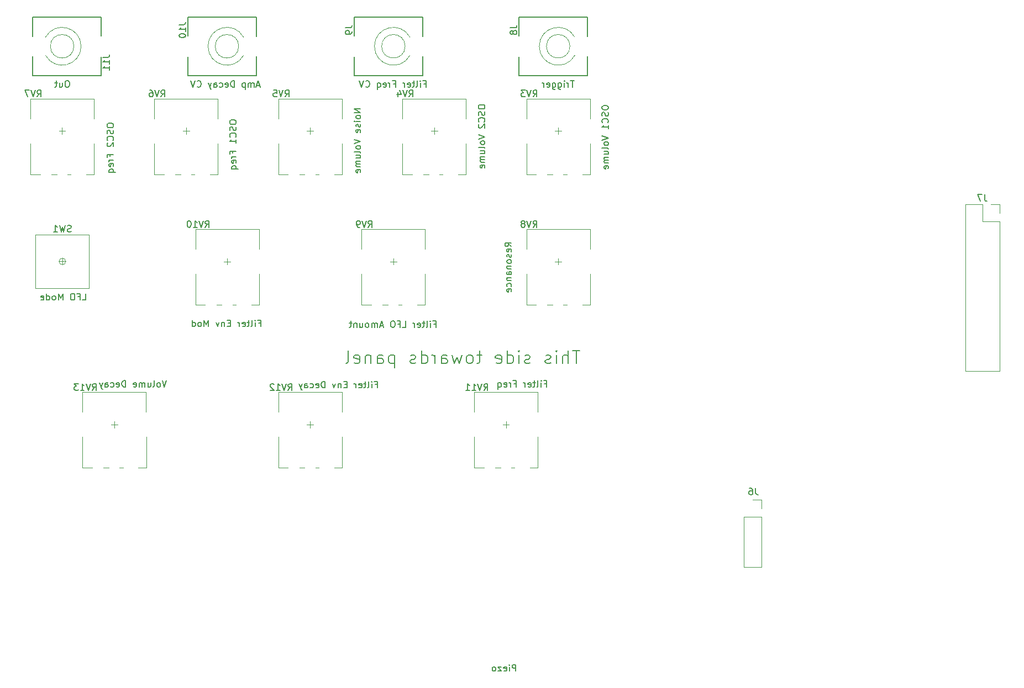
<source format=gbo>
%TF.GenerationSoftware,KiCad,Pcbnew,7.0.2-0*%
%TF.CreationDate,2024-01-11T21:21:20+00:00*%
%TF.ProjectId,magnum-drum-synth,6d61676e-756d-42d6-9472-756d2d73796e,r06*%
%TF.SameCoordinates,Original*%
%TF.FileFunction,Legend,Bot*%
%TF.FilePolarity,Positive*%
%FSLAX46Y46*%
G04 Gerber Fmt 4.6, Leading zero omitted, Abs format (unit mm)*
G04 Created by KiCad (PCBNEW 7.0.2-0) date 2024-01-11 21:21:20*
%MOMM*%
%LPD*%
G01*
G04 APERTURE LIST*
%ADD10C,0.150000*%
%ADD11C,0.200000*%
%ADD12C,0.120000*%
G04 APERTURE END LIST*
D10*
X105761619Y-47196952D02*
X105761619Y-47387428D01*
X105761619Y-47387428D02*
X105809238Y-47482666D01*
X105809238Y-47482666D02*
X105904476Y-47577904D01*
X105904476Y-47577904D02*
X106094952Y-47625523D01*
X106094952Y-47625523D02*
X106428285Y-47625523D01*
X106428285Y-47625523D02*
X106618761Y-47577904D01*
X106618761Y-47577904D02*
X106714000Y-47482666D01*
X106714000Y-47482666D02*
X106761619Y-47387428D01*
X106761619Y-47387428D02*
X106761619Y-47196952D01*
X106761619Y-47196952D02*
X106714000Y-47101714D01*
X106714000Y-47101714D02*
X106618761Y-47006476D01*
X106618761Y-47006476D02*
X106428285Y-46958857D01*
X106428285Y-46958857D02*
X106094952Y-46958857D01*
X106094952Y-46958857D02*
X105904476Y-47006476D01*
X105904476Y-47006476D02*
X105809238Y-47101714D01*
X105809238Y-47101714D02*
X105761619Y-47196952D01*
X106714000Y-48006476D02*
X106761619Y-48149333D01*
X106761619Y-48149333D02*
X106761619Y-48387428D01*
X106761619Y-48387428D02*
X106714000Y-48482666D01*
X106714000Y-48482666D02*
X106666380Y-48530285D01*
X106666380Y-48530285D02*
X106571142Y-48577904D01*
X106571142Y-48577904D02*
X106475904Y-48577904D01*
X106475904Y-48577904D02*
X106380666Y-48530285D01*
X106380666Y-48530285D02*
X106333047Y-48482666D01*
X106333047Y-48482666D02*
X106285428Y-48387428D01*
X106285428Y-48387428D02*
X106237809Y-48196952D01*
X106237809Y-48196952D02*
X106190190Y-48101714D01*
X106190190Y-48101714D02*
X106142571Y-48054095D01*
X106142571Y-48054095D02*
X106047333Y-48006476D01*
X106047333Y-48006476D02*
X105952095Y-48006476D01*
X105952095Y-48006476D02*
X105856857Y-48054095D01*
X105856857Y-48054095D02*
X105809238Y-48101714D01*
X105809238Y-48101714D02*
X105761619Y-48196952D01*
X105761619Y-48196952D02*
X105761619Y-48435047D01*
X105761619Y-48435047D02*
X105809238Y-48577904D01*
X106666380Y-49577904D02*
X106714000Y-49530285D01*
X106714000Y-49530285D02*
X106761619Y-49387428D01*
X106761619Y-49387428D02*
X106761619Y-49292190D01*
X106761619Y-49292190D02*
X106714000Y-49149333D01*
X106714000Y-49149333D02*
X106618761Y-49054095D01*
X106618761Y-49054095D02*
X106523523Y-49006476D01*
X106523523Y-49006476D02*
X106333047Y-48958857D01*
X106333047Y-48958857D02*
X106190190Y-48958857D01*
X106190190Y-48958857D02*
X105999714Y-49006476D01*
X105999714Y-49006476D02*
X105904476Y-49054095D01*
X105904476Y-49054095D02*
X105809238Y-49149333D01*
X105809238Y-49149333D02*
X105761619Y-49292190D01*
X105761619Y-49292190D02*
X105761619Y-49387428D01*
X105761619Y-49387428D02*
X105809238Y-49530285D01*
X105809238Y-49530285D02*
X105856857Y-49577904D01*
X105856857Y-49958857D02*
X105809238Y-50006476D01*
X105809238Y-50006476D02*
X105761619Y-50101714D01*
X105761619Y-50101714D02*
X105761619Y-50339809D01*
X105761619Y-50339809D02*
X105809238Y-50435047D01*
X105809238Y-50435047D02*
X105856857Y-50482666D01*
X105856857Y-50482666D02*
X105952095Y-50530285D01*
X105952095Y-50530285D02*
X106047333Y-50530285D01*
X106047333Y-50530285D02*
X106190190Y-50482666D01*
X106190190Y-50482666D02*
X106761619Y-49911238D01*
X106761619Y-49911238D02*
X106761619Y-50530285D01*
X105761619Y-51577905D02*
X106761619Y-51911238D01*
X106761619Y-51911238D02*
X105761619Y-52244571D01*
X106761619Y-52720762D02*
X106714000Y-52625524D01*
X106714000Y-52625524D02*
X106666380Y-52577905D01*
X106666380Y-52577905D02*
X106571142Y-52530286D01*
X106571142Y-52530286D02*
X106285428Y-52530286D01*
X106285428Y-52530286D02*
X106190190Y-52577905D01*
X106190190Y-52577905D02*
X106142571Y-52625524D01*
X106142571Y-52625524D02*
X106094952Y-52720762D01*
X106094952Y-52720762D02*
X106094952Y-52863619D01*
X106094952Y-52863619D02*
X106142571Y-52958857D01*
X106142571Y-52958857D02*
X106190190Y-53006476D01*
X106190190Y-53006476D02*
X106285428Y-53054095D01*
X106285428Y-53054095D02*
X106571142Y-53054095D01*
X106571142Y-53054095D02*
X106666380Y-53006476D01*
X106666380Y-53006476D02*
X106714000Y-52958857D01*
X106714000Y-52958857D02*
X106761619Y-52863619D01*
X106761619Y-52863619D02*
X106761619Y-52720762D01*
X106761619Y-53625524D02*
X106714000Y-53530286D01*
X106714000Y-53530286D02*
X106618761Y-53482667D01*
X106618761Y-53482667D02*
X105761619Y-53482667D01*
X106094952Y-54435048D02*
X106761619Y-54435048D01*
X106094952Y-54006477D02*
X106618761Y-54006477D01*
X106618761Y-54006477D02*
X106714000Y-54054096D01*
X106714000Y-54054096D02*
X106761619Y-54149334D01*
X106761619Y-54149334D02*
X106761619Y-54292191D01*
X106761619Y-54292191D02*
X106714000Y-54387429D01*
X106714000Y-54387429D02*
X106666380Y-54435048D01*
X106761619Y-54911239D02*
X106094952Y-54911239D01*
X106190190Y-54911239D02*
X106142571Y-54958858D01*
X106142571Y-54958858D02*
X106094952Y-55054096D01*
X106094952Y-55054096D02*
X106094952Y-55196953D01*
X106094952Y-55196953D02*
X106142571Y-55292191D01*
X106142571Y-55292191D02*
X106237809Y-55339810D01*
X106237809Y-55339810D02*
X106761619Y-55339810D01*
X106237809Y-55339810D02*
X106142571Y-55387429D01*
X106142571Y-55387429D02*
X106094952Y-55482667D01*
X106094952Y-55482667D02*
X106094952Y-55625524D01*
X106094952Y-55625524D02*
X106142571Y-55720763D01*
X106142571Y-55720763D02*
X106237809Y-55768382D01*
X106237809Y-55768382D02*
X106761619Y-55768382D01*
X106714000Y-56625524D02*
X106761619Y-56530286D01*
X106761619Y-56530286D02*
X106761619Y-56339810D01*
X106761619Y-56339810D02*
X106714000Y-56244572D01*
X106714000Y-56244572D02*
X106618761Y-56196953D01*
X106618761Y-56196953D02*
X106237809Y-56196953D01*
X106237809Y-56196953D02*
X106142571Y-56244572D01*
X106142571Y-56244572D02*
X106094952Y-56339810D01*
X106094952Y-56339810D02*
X106094952Y-56530286D01*
X106094952Y-56530286D02*
X106142571Y-56625524D01*
X106142571Y-56625524D02*
X106237809Y-56673143D01*
X106237809Y-56673143D02*
X106333047Y-56673143D01*
X106333047Y-56673143D02*
X106428285Y-56196953D01*
X111513713Y-133812619D02*
X111513713Y-132812619D01*
X111513713Y-132812619D02*
X111132761Y-132812619D01*
X111132761Y-132812619D02*
X111037523Y-132860238D01*
X111037523Y-132860238D02*
X110989904Y-132907857D01*
X110989904Y-132907857D02*
X110942285Y-133003095D01*
X110942285Y-133003095D02*
X110942285Y-133145952D01*
X110942285Y-133145952D02*
X110989904Y-133241190D01*
X110989904Y-133241190D02*
X111037523Y-133288809D01*
X111037523Y-133288809D02*
X111132761Y-133336428D01*
X111132761Y-133336428D02*
X111513713Y-133336428D01*
X110513713Y-133812619D02*
X110513713Y-133145952D01*
X110513713Y-132812619D02*
X110561332Y-132860238D01*
X110561332Y-132860238D02*
X110513713Y-132907857D01*
X110513713Y-132907857D02*
X110466094Y-132860238D01*
X110466094Y-132860238D02*
X110513713Y-132812619D01*
X110513713Y-132812619D02*
X110513713Y-132907857D01*
X109656571Y-133765000D02*
X109751809Y-133812619D01*
X109751809Y-133812619D02*
X109942285Y-133812619D01*
X109942285Y-133812619D02*
X110037523Y-133765000D01*
X110037523Y-133765000D02*
X110085142Y-133669761D01*
X110085142Y-133669761D02*
X110085142Y-133288809D01*
X110085142Y-133288809D02*
X110037523Y-133193571D01*
X110037523Y-133193571D02*
X109942285Y-133145952D01*
X109942285Y-133145952D02*
X109751809Y-133145952D01*
X109751809Y-133145952D02*
X109656571Y-133193571D01*
X109656571Y-133193571D02*
X109608952Y-133288809D01*
X109608952Y-133288809D02*
X109608952Y-133384047D01*
X109608952Y-133384047D02*
X110085142Y-133479285D01*
X109275618Y-133145952D02*
X108751809Y-133145952D01*
X108751809Y-133145952D02*
X109275618Y-133812619D01*
X109275618Y-133812619D02*
X108751809Y-133812619D01*
X108227999Y-133812619D02*
X108323237Y-133765000D01*
X108323237Y-133765000D02*
X108370856Y-133717380D01*
X108370856Y-133717380D02*
X108418475Y-133622142D01*
X108418475Y-133622142D02*
X108418475Y-133336428D01*
X108418475Y-133336428D02*
X108370856Y-133241190D01*
X108370856Y-133241190D02*
X108323237Y-133193571D01*
X108323237Y-133193571D02*
X108227999Y-133145952D01*
X108227999Y-133145952D02*
X108085142Y-133145952D01*
X108085142Y-133145952D02*
X107989904Y-133193571D01*
X107989904Y-133193571D02*
X107942285Y-133241190D01*
X107942285Y-133241190D02*
X107894666Y-133336428D01*
X107894666Y-133336428D02*
X107894666Y-133622142D01*
X107894666Y-133622142D02*
X107942285Y-133717380D01*
X107942285Y-133717380D02*
X107989904Y-133765000D01*
X107989904Y-133765000D02*
X108085142Y-133812619D01*
X108085142Y-133812619D02*
X108227999Y-133812619D01*
X72087762Y-80456809D02*
X72421095Y-80456809D01*
X72421095Y-80980619D02*
X72421095Y-79980619D01*
X72421095Y-79980619D02*
X71944905Y-79980619D01*
X71563952Y-80980619D02*
X71563952Y-80313952D01*
X71563952Y-79980619D02*
X71611571Y-80028238D01*
X71611571Y-80028238D02*
X71563952Y-80075857D01*
X71563952Y-80075857D02*
X71516333Y-80028238D01*
X71516333Y-80028238D02*
X71563952Y-79980619D01*
X71563952Y-79980619D02*
X71563952Y-80075857D01*
X70944905Y-80980619D02*
X71040143Y-80933000D01*
X71040143Y-80933000D02*
X71087762Y-80837761D01*
X71087762Y-80837761D02*
X71087762Y-79980619D01*
X70706809Y-80313952D02*
X70325857Y-80313952D01*
X70563952Y-79980619D02*
X70563952Y-80837761D01*
X70563952Y-80837761D02*
X70516333Y-80933000D01*
X70516333Y-80933000D02*
X70421095Y-80980619D01*
X70421095Y-80980619D02*
X70325857Y-80980619D01*
X69611571Y-80933000D02*
X69706809Y-80980619D01*
X69706809Y-80980619D02*
X69897285Y-80980619D01*
X69897285Y-80980619D02*
X69992523Y-80933000D01*
X69992523Y-80933000D02*
X70040142Y-80837761D01*
X70040142Y-80837761D02*
X70040142Y-80456809D01*
X70040142Y-80456809D02*
X69992523Y-80361571D01*
X69992523Y-80361571D02*
X69897285Y-80313952D01*
X69897285Y-80313952D02*
X69706809Y-80313952D01*
X69706809Y-80313952D02*
X69611571Y-80361571D01*
X69611571Y-80361571D02*
X69563952Y-80456809D01*
X69563952Y-80456809D02*
X69563952Y-80552047D01*
X69563952Y-80552047D02*
X70040142Y-80647285D01*
X69135380Y-80980619D02*
X69135380Y-80313952D01*
X69135380Y-80504428D02*
X69087761Y-80409190D01*
X69087761Y-80409190D02*
X69040142Y-80361571D01*
X69040142Y-80361571D02*
X68944904Y-80313952D01*
X68944904Y-80313952D02*
X68849666Y-80313952D01*
X67754427Y-80456809D02*
X67421094Y-80456809D01*
X67278237Y-80980619D02*
X67754427Y-80980619D01*
X67754427Y-80980619D02*
X67754427Y-79980619D01*
X67754427Y-79980619D02*
X67278237Y-79980619D01*
X66849665Y-80313952D02*
X66849665Y-80980619D01*
X66849665Y-80409190D02*
X66802046Y-80361571D01*
X66802046Y-80361571D02*
X66706808Y-80313952D01*
X66706808Y-80313952D02*
X66563951Y-80313952D01*
X66563951Y-80313952D02*
X66468713Y-80361571D01*
X66468713Y-80361571D02*
X66421094Y-80456809D01*
X66421094Y-80456809D02*
X66421094Y-80980619D01*
X66040141Y-80313952D02*
X65802046Y-80980619D01*
X65802046Y-80980619D02*
X65563951Y-80313952D01*
X64421093Y-80980619D02*
X64421093Y-79980619D01*
X64421093Y-79980619D02*
X64087760Y-80694904D01*
X64087760Y-80694904D02*
X63754427Y-79980619D01*
X63754427Y-79980619D02*
X63754427Y-80980619D01*
X63135379Y-80980619D02*
X63230617Y-80933000D01*
X63230617Y-80933000D02*
X63278236Y-80885380D01*
X63278236Y-80885380D02*
X63325855Y-80790142D01*
X63325855Y-80790142D02*
X63325855Y-80504428D01*
X63325855Y-80504428D02*
X63278236Y-80409190D01*
X63278236Y-80409190D02*
X63230617Y-80361571D01*
X63230617Y-80361571D02*
X63135379Y-80313952D01*
X63135379Y-80313952D02*
X62992522Y-80313952D01*
X62992522Y-80313952D02*
X62897284Y-80361571D01*
X62897284Y-80361571D02*
X62849665Y-80409190D01*
X62849665Y-80409190D02*
X62802046Y-80504428D01*
X62802046Y-80504428D02*
X62802046Y-80790142D01*
X62802046Y-80790142D02*
X62849665Y-80885380D01*
X62849665Y-80885380D02*
X62897284Y-80933000D01*
X62897284Y-80933000D02*
X62992522Y-80980619D01*
X62992522Y-80980619D02*
X63135379Y-80980619D01*
X61944903Y-80980619D02*
X61944903Y-79980619D01*
X61944903Y-80933000D02*
X62040141Y-80980619D01*
X62040141Y-80980619D02*
X62230617Y-80980619D01*
X62230617Y-80980619D02*
X62325855Y-80933000D01*
X62325855Y-80933000D02*
X62373474Y-80885380D01*
X62373474Y-80885380D02*
X62421093Y-80790142D01*
X62421093Y-80790142D02*
X62421093Y-80504428D01*
X62421093Y-80504428D02*
X62373474Y-80409190D01*
X62373474Y-80409190D02*
X62325855Y-80361571D01*
X62325855Y-80361571D02*
X62230617Y-80313952D01*
X62230617Y-80313952D02*
X62040141Y-80313952D01*
X62040141Y-80313952D02*
X61944903Y-80361571D01*
X121330382Y-84650238D02*
X120187525Y-84650238D01*
X120758954Y-86650238D02*
X120758954Y-84650238D01*
X119520858Y-86650238D02*
X119520858Y-84650238D01*
X118663715Y-86650238D02*
X118663715Y-85602619D01*
X118663715Y-85602619D02*
X118758953Y-85412142D01*
X118758953Y-85412142D02*
X118949429Y-85316904D01*
X118949429Y-85316904D02*
X119235144Y-85316904D01*
X119235144Y-85316904D02*
X119425620Y-85412142D01*
X119425620Y-85412142D02*
X119520858Y-85507380D01*
X117711334Y-86650238D02*
X117711334Y-85316904D01*
X117711334Y-84650238D02*
X117806572Y-84745476D01*
X117806572Y-84745476D02*
X117711334Y-84840714D01*
X117711334Y-84840714D02*
X117616096Y-84745476D01*
X117616096Y-84745476D02*
X117711334Y-84650238D01*
X117711334Y-84650238D02*
X117711334Y-84840714D01*
X116854191Y-86555000D02*
X116663715Y-86650238D01*
X116663715Y-86650238D02*
X116282763Y-86650238D01*
X116282763Y-86650238D02*
X116092286Y-86555000D01*
X116092286Y-86555000D02*
X115997048Y-86364523D01*
X115997048Y-86364523D02*
X115997048Y-86269285D01*
X115997048Y-86269285D02*
X116092286Y-86078809D01*
X116092286Y-86078809D02*
X116282763Y-85983571D01*
X116282763Y-85983571D02*
X116568477Y-85983571D01*
X116568477Y-85983571D02*
X116758953Y-85888333D01*
X116758953Y-85888333D02*
X116854191Y-85697857D01*
X116854191Y-85697857D02*
X116854191Y-85602619D01*
X116854191Y-85602619D02*
X116758953Y-85412142D01*
X116758953Y-85412142D02*
X116568477Y-85316904D01*
X116568477Y-85316904D02*
X116282763Y-85316904D01*
X116282763Y-85316904D02*
X116092286Y-85412142D01*
X113711333Y-86555000D02*
X113520857Y-86650238D01*
X113520857Y-86650238D02*
X113139905Y-86650238D01*
X113139905Y-86650238D02*
X112949428Y-86555000D01*
X112949428Y-86555000D02*
X112854190Y-86364523D01*
X112854190Y-86364523D02*
X112854190Y-86269285D01*
X112854190Y-86269285D02*
X112949428Y-86078809D01*
X112949428Y-86078809D02*
X113139905Y-85983571D01*
X113139905Y-85983571D02*
X113425619Y-85983571D01*
X113425619Y-85983571D02*
X113616095Y-85888333D01*
X113616095Y-85888333D02*
X113711333Y-85697857D01*
X113711333Y-85697857D02*
X113711333Y-85602619D01*
X113711333Y-85602619D02*
X113616095Y-85412142D01*
X113616095Y-85412142D02*
X113425619Y-85316904D01*
X113425619Y-85316904D02*
X113139905Y-85316904D01*
X113139905Y-85316904D02*
X112949428Y-85412142D01*
X111997047Y-86650238D02*
X111997047Y-85316904D01*
X111997047Y-84650238D02*
X112092285Y-84745476D01*
X112092285Y-84745476D02*
X111997047Y-84840714D01*
X111997047Y-84840714D02*
X111901809Y-84745476D01*
X111901809Y-84745476D02*
X111997047Y-84650238D01*
X111997047Y-84650238D02*
X111997047Y-84840714D01*
X110187523Y-86650238D02*
X110187523Y-84650238D01*
X110187523Y-86555000D02*
X110377999Y-86650238D01*
X110377999Y-86650238D02*
X110758952Y-86650238D01*
X110758952Y-86650238D02*
X110949428Y-86555000D01*
X110949428Y-86555000D02*
X111044666Y-86459761D01*
X111044666Y-86459761D02*
X111139904Y-86269285D01*
X111139904Y-86269285D02*
X111139904Y-85697857D01*
X111139904Y-85697857D02*
X111044666Y-85507380D01*
X111044666Y-85507380D02*
X110949428Y-85412142D01*
X110949428Y-85412142D02*
X110758952Y-85316904D01*
X110758952Y-85316904D02*
X110377999Y-85316904D01*
X110377999Y-85316904D02*
X110187523Y-85412142D01*
X108473237Y-86555000D02*
X108663713Y-86650238D01*
X108663713Y-86650238D02*
X109044666Y-86650238D01*
X109044666Y-86650238D02*
X109235142Y-86555000D01*
X109235142Y-86555000D02*
X109330380Y-86364523D01*
X109330380Y-86364523D02*
X109330380Y-85602619D01*
X109330380Y-85602619D02*
X109235142Y-85412142D01*
X109235142Y-85412142D02*
X109044666Y-85316904D01*
X109044666Y-85316904D02*
X108663713Y-85316904D01*
X108663713Y-85316904D02*
X108473237Y-85412142D01*
X108473237Y-85412142D02*
X108377999Y-85602619D01*
X108377999Y-85602619D02*
X108377999Y-85793095D01*
X108377999Y-85793095D02*
X109330380Y-85983571D01*
X106282760Y-85316904D02*
X105520856Y-85316904D01*
X105997046Y-84650238D02*
X105997046Y-86364523D01*
X105997046Y-86364523D02*
X105901808Y-86555000D01*
X105901808Y-86555000D02*
X105711332Y-86650238D01*
X105711332Y-86650238D02*
X105520856Y-86650238D01*
X104568475Y-86650238D02*
X104758951Y-86555000D01*
X104758951Y-86555000D02*
X104854189Y-86459761D01*
X104854189Y-86459761D02*
X104949427Y-86269285D01*
X104949427Y-86269285D02*
X104949427Y-85697857D01*
X104949427Y-85697857D02*
X104854189Y-85507380D01*
X104854189Y-85507380D02*
X104758951Y-85412142D01*
X104758951Y-85412142D02*
X104568475Y-85316904D01*
X104568475Y-85316904D02*
X104282760Y-85316904D01*
X104282760Y-85316904D02*
X104092284Y-85412142D01*
X104092284Y-85412142D02*
X103997046Y-85507380D01*
X103997046Y-85507380D02*
X103901808Y-85697857D01*
X103901808Y-85697857D02*
X103901808Y-86269285D01*
X103901808Y-86269285D02*
X103997046Y-86459761D01*
X103997046Y-86459761D02*
X104092284Y-86555000D01*
X104092284Y-86555000D02*
X104282760Y-86650238D01*
X104282760Y-86650238D02*
X104568475Y-86650238D01*
X103235141Y-85316904D02*
X102854189Y-86650238D01*
X102854189Y-86650238D02*
X102473236Y-85697857D01*
X102473236Y-85697857D02*
X102092284Y-86650238D01*
X102092284Y-86650238D02*
X101711332Y-85316904D01*
X100092284Y-86650238D02*
X100092284Y-85602619D01*
X100092284Y-85602619D02*
X100187522Y-85412142D01*
X100187522Y-85412142D02*
X100377998Y-85316904D01*
X100377998Y-85316904D02*
X100758951Y-85316904D01*
X100758951Y-85316904D02*
X100949427Y-85412142D01*
X100092284Y-86555000D02*
X100282760Y-86650238D01*
X100282760Y-86650238D02*
X100758951Y-86650238D01*
X100758951Y-86650238D02*
X100949427Y-86555000D01*
X100949427Y-86555000D02*
X101044665Y-86364523D01*
X101044665Y-86364523D02*
X101044665Y-86174047D01*
X101044665Y-86174047D02*
X100949427Y-85983571D01*
X100949427Y-85983571D02*
X100758951Y-85888333D01*
X100758951Y-85888333D02*
X100282760Y-85888333D01*
X100282760Y-85888333D02*
X100092284Y-85793095D01*
X99139903Y-86650238D02*
X99139903Y-85316904D01*
X99139903Y-85697857D02*
X99044665Y-85507380D01*
X99044665Y-85507380D02*
X98949427Y-85412142D01*
X98949427Y-85412142D02*
X98758951Y-85316904D01*
X98758951Y-85316904D02*
X98568474Y-85316904D01*
X97044665Y-86650238D02*
X97044665Y-84650238D01*
X97044665Y-86555000D02*
X97235141Y-86650238D01*
X97235141Y-86650238D02*
X97616094Y-86650238D01*
X97616094Y-86650238D02*
X97806570Y-86555000D01*
X97806570Y-86555000D02*
X97901808Y-86459761D01*
X97901808Y-86459761D02*
X97997046Y-86269285D01*
X97997046Y-86269285D02*
X97997046Y-85697857D01*
X97997046Y-85697857D02*
X97901808Y-85507380D01*
X97901808Y-85507380D02*
X97806570Y-85412142D01*
X97806570Y-85412142D02*
X97616094Y-85316904D01*
X97616094Y-85316904D02*
X97235141Y-85316904D01*
X97235141Y-85316904D02*
X97044665Y-85412142D01*
X96187522Y-86555000D02*
X95997046Y-86650238D01*
X95997046Y-86650238D02*
X95616094Y-86650238D01*
X95616094Y-86650238D02*
X95425617Y-86555000D01*
X95425617Y-86555000D02*
X95330379Y-86364523D01*
X95330379Y-86364523D02*
X95330379Y-86269285D01*
X95330379Y-86269285D02*
X95425617Y-86078809D01*
X95425617Y-86078809D02*
X95616094Y-85983571D01*
X95616094Y-85983571D02*
X95901808Y-85983571D01*
X95901808Y-85983571D02*
X96092284Y-85888333D01*
X96092284Y-85888333D02*
X96187522Y-85697857D01*
X96187522Y-85697857D02*
X96187522Y-85602619D01*
X96187522Y-85602619D02*
X96092284Y-85412142D01*
X96092284Y-85412142D02*
X95901808Y-85316904D01*
X95901808Y-85316904D02*
X95616094Y-85316904D01*
X95616094Y-85316904D02*
X95425617Y-85412142D01*
X92949426Y-85316904D02*
X92949426Y-87316904D01*
X92949426Y-85412142D02*
X92758950Y-85316904D01*
X92758950Y-85316904D02*
X92377997Y-85316904D01*
X92377997Y-85316904D02*
X92187521Y-85412142D01*
X92187521Y-85412142D02*
X92092283Y-85507380D01*
X92092283Y-85507380D02*
X91997045Y-85697857D01*
X91997045Y-85697857D02*
X91997045Y-86269285D01*
X91997045Y-86269285D02*
X92092283Y-86459761D01*
X92092283Y-86459761D02*
X92187521Y-86555000D01*
X92187521Y-86555000D02*
X92377997Y-86650238D01*
X92377997Y-86650238D02*
X92758950Y-86650238D01*
X92758950Y-86650238D02*
X92949426Y-86555000D01*
X90282759Y-86650238D02*
X90282759Y-85602619D01*
X90282759Y-85602619D02*
X90377997Y-85412142D01*
X90377997Y-85412142D02*
X90568473Y-85316904D01*
X90568473Y-85316904D02*
X90949426Y-85316904D01*
X90949426Y-85316904D02*
X91139902Y-85412142D01*
X90282759Y-86555000D02*
X90473235Y-86650238D01*
X90473235Y-86650238D02*
X90949426Y-86650238D01*
X90949426Y-86650238D02*
X91139902Y-86555000D01*
X91139902Y-86555000D02*
X91235140Y-86364523D01*
X91235140Y-86364523D02*
X91235140Y-86174047D01*
X91235140Y-86174047D02*
X91139902Y-85983571D01*
X91139902Y-85983571D02*
X90949426Y-85888333D01*
X90949426Y-85888333D02*
X90473235Y-85888333D01*
X90473235Y-85888333D02*
X90282759Y-85793095D01*
X89330378Y-85316904D02*
X89330378Y-86650238D01*
X89330378Y-85507380D02*
X89235140Y-85412142D01*
X89235140Y-85412142D02*
X89044664Y-85316904D01*
X89044664Y-85316904D02*
X88758949Y-85316904D01*
X88758949Y-85316904D02*
X88568473Y-85412142D01*
X88568473Y-85412142D02*
X88473235Y-85602619D01*
X88473235Y-85602619D02*
X88473235Y-86650238D01*
X86758949Y-86555000D02*
X86949425Y-86650238D01*
X86949425Y-86650238D02*
X87330378Y-86650238D01*
X87330378Y-86650238D02*
X87520854Y-86555000D01*
X87520854Y-86555000D02*
X87616092Y-86364523D01*
X87616092Y-86364523D02*
X87616092Y-85602619D01*
X87616092Y-85602619D02*
X87520854Y-85412142D01*
X87520854Y-85412142D02*
X87330378Y-85316904D01*
X87330378Y-85316904D02*
X86949425Y-85316904D01*
X86949425Y-85316904D02*
X86758949Y-85412142D01*
X86758949Y-85412142D02*
X86663711Y-85602619D01*
X86663711Y-85602619D02*
X86663711Y-85793095D01*
X86663711Y-85793095D02*
X87616092Y-85983571D01*
X85520854Y-86650238D02*
X85711330Y-86555000D01*
X85711330Y-86555000D02*
X85806568Y-86364523D01*
X85806568Y-86364523D02*
X85806568Y-84650238D01*
X72294095Y-43991904D02*
X71817905Y-43991904D01*
X72389333Y-44277619D02*
X72056000Y-43277619D01*
X72056000Y-43277619D02*
X71722667Y-44277619D01*
X71389333Y-44277619D02*
X71389333Y-43610952D01*
X71389333Y-43706190D02*
X71341714Y-43658571D01*
X71341714Y-43658571D02*
X71246476Y-43610952D01*
X71246476Y-43610952D02*
X71103619Y-43610952D01*
X71103619Y-43610952D02*
X71008381Y-43658571D01*
X71008381Y-43658571D02*
X70960762Y-43753809D01*
X70960762Y-43753809D02*
X70960762Y-44277619D01*
X70960762Y-43753809D02*
X70913143Y-43658571D01*
X70913143Y-43658571D02*
X70817905Y-43610952D01*
X70817905Y-43610952D02*
X70675048Y-43610952D01*
X70675048Y-43610952D02*
X70579809Y-43658571D01*
X70579809Y-43658571D02*
X70532190Y-43753809D01*
X70532190Y-43753809D02*
X70532190Y-44277619D01*
X70056000Y-43610952D02*
X70056000Y-44610952D01*
X70056000Y-43658571D02*
X69960762Y-43610952D01*
X69960762Y-43610952D02*
X69770286Y-43610952D01*
X69770286Y-43610952D02*
X69675048Y-43658571D01*
X69675048Y-43658571D02*
X69627429Y-43706190D01*
X69627429Y-43706190D02*
X69579810Y-43801428D01*
X69579810Y-43801428D02*
X69579810Y-44087142D01*
X69579810Y-44087142D02*
X69627429Y-44182380D01*
X69627429Y-44182380D02*
X69675048Y-44230000D01*
X69675048Y-44230000D02*
X69770286Y-44277619D01*
X69770286Y-44277619D02*
X69960762Y-44277619D01*
X69960762Y-44277619D02*
X70056000Y-44230000D01*
X68389333Y-44277619D02*
X68389333Y-43277619D01*
X68389333Y-43277619D02*
X68151238Y-43277619D01*
X68151238Y-43277619D02*
X68008381Y-43325238D01*
X68008381Y-43325238D02*
X67913143Y-43420476D01*
X67913143Y-43420476D02*
X67865524Y-43515714D01*
X67865524Y-43515714D02*
X67817905Y-43706190D01*
X67817905Y-43706190D02*
X67817905Y-43849047D01*
X67817905Y-43849047D02*
X67865524Y-44039523D01*
X67865524Y-44039523D02*
X67913143Y-44134761D01*
X67913143Y-44134761D02*
X68008381Y-44230000D01*
X68008381Y-44230000D02*
X68151238Y-44277619D01*
X68151238Y-44277619D02*
X68389333Y-44277619D01*
X67008381Y-44230000D02*
X67103619Y-44277619D01*
X67103619Y-44277619D02*
X67294095Y-44277619D01*
X67294095Y-44277619D02*
X67389333Y-44230000D01*
X67389333Y-44230000D02*
X67436952Y-44134761D01*
X67436952Y-44134761D02*
X67436952Y-43753809D01*
X67436952Y-43753809D02*
X67389333Y-43658571D01*
X67389333Y-43658571D02*
X67294095Y-43610952D01*
X67294095Y-43610952D02*
X67103619Y-43610952D01*
X67103619Y-43610952D02*
X67008381Y-43658571D01*
X67008381Y-43658571D02*
X66960762Y-43753809D01*
X66960762Y-43753809D02*
X66960762Y-43849047D01*
X66960762Y-43849047D02*
X67436952Y-43944285D01*
X66103619Y-44230000D02*
X66198857Y-44277619D01*
X66198857Y-44277619D02*
X66389333Y-44277619D01*
X66389333Y-44277619D02*
X66484571Y-44230000D01*
X66484571Y-44230000D02*
X66532190Y-44182380D01*
X66532190Y-44182380D02*
X66579809Y-44087142D01*
X66579809Y-44087142D02*
X66579809Y-43801428D01*
X66579809Y-43801428D02*
X66532190Y-43706190D01*
X66532190Y-43706190D02*
X66484571Y-43658571D01*
X66484571Y-43658571D02*
X66389333Y-43610952D01*
X66389333Y-43610952D02*
X66198857Y-43610952D01*
X66198857Y-43610952D02*
X66103619Y-43658571D01*
X65246476Y-44277619D02*
X65246476Y-43753809D01*
X65246476Y-43753809D02*
X65294095Y-43658571D01*
X65294095Y-43658571D02*
X65389333Y-43610952D01*
X65389333Y-43610952D02*
X65579809Y-43610952D01*
X65579809Y-43610952D02*
X65675047Y-43658571D01*
X65246476Y-44230000D02*
X65341714Y-44277619D01*
X65341714Y-44277619D02*
X65579809Y-44277619D01*
X65579809Y-44277619D02*
X65675047Y-44230000D01*
X65675047Y-44230000D02*
X65722666Y-44134761D01*
X65722666Y-44134761D02*
X65722666Y-44039523D01*
X65722666Y-44039523D02*
X65675047Y-43944285D01*
X65675047Y-43944285D02*
X65579809Y-43896666D01*
X65579809Y-43896666D02*
X65341714Y-43896666D01*
X65341714Y-43896666D02*
X65246476Y-43849047D01*
X64865523Y-43610952D02*
X64627428Y-44277619D01*
X64389333Y-43610952D02*
X64627428Y-44277619D01*
X64627428Y-44277619D02*
X64722666Y-44515714D01*
X64722666Y-44515714D02*
X64770285Y-44563333D01*
X64770285Y-44563333D02*
X64865523Y-44610952D01*
X62675047Y-44182380D02*
X62722666Y-44230000D01*
X62722666Y-44230000D02*
X62865523Y-44277619D01*
X62865523Y-44277619D02*
X62960761Y-44277619D01*
X62960761Y-44277619D02*
X63103618Y-44230000D01*
X63103618Y-44230000D02*
X63198856Y-44134761D01*
X63198856Y-44134761D02*
X63246475Y-44039523D01*
X63246475Y-44039523D02*
X63294094Y-43849047D01*
X63294094Y-43849047D02*
X63294094Y-43706190D01*
X63294094Y-43706190D02*
X63246475Y-43515714D01*
X63246475Y-43515714D02*
X63198856Y-43420476D01*
X63198856Y-43420476D02*
X63103618Y-43325238D01*
X63103618Y-43325238D02*
X62960761Y-43277619D01*
X62960761Y-43277619D02*
X62865523Y-43277619D01*
X62865523Y-43277619D02*
X62722666Y-43325238D01*
X62722666Y-43325238D02*
X62675047Y-43372857D01*
X62389332Y-43277619D02*
X62055999Y-44277619D01*
X62055999Y-44277619D02*
X61722666Y-43277619D01*
X42870333Y-43277619D02*
X42679857Y-43277619D01*
X42679857Y-43277619D02*
X42584619Y-43325238D01*
X42584619Y-43325238D02*
X42489381Y-43420476D01*
X42489381Y-43420476D02*
X42441762Y-43610952D01*
X42441762Y-43610952D02*
X42441762Y-43944285D01*
X42441762Y-43944285D02*
X42489381Y-44134761D01*
X42489381Y-44134761D02*
X42584619Y-44230000D01*
X42584619Y-44230000D02*
X42679857Y-44277619D01*
X42679857Y-44277619D02*
X42870333Y-44277619D01*
X42870333Y-44277619D02*
X42965571Y-44230000D01*
X42965571Y-44230000D02*
X43060809Y-44134761D01*
X43060809Y-44134761D02*
X43108428Y-43944285D01*
X43108428Y-43944285D02*
X43108428Y-43610952D01*
X43108428Y-43610952D02*
X43060809Y-43420476D01*
X43060809Y-43420476D02*
X42965571Y-43325238D01*
X42965571Y-43325238D02*
X42870333Y-43277619D01*
X41584619Y-43610952D02*
X41584619Y-44277619D01*
X42013190Y-43610952D02*
X42013190Y-44134761D01*
X42013190Y-44134761D02*
X41965571Y-44230000D01*
X41965571Y-44230000D02*
X41870333Y-44277619D01*
X41870333Y-44277619D02*
X41727476Y-44277619D01*
X41727476Y-44277619D02*
X41632238Y-44230000D01*
X41632238Y-44230000D02*
X41584619Y-44182380D01*
X41251285Y-43610952D02*
X40870333Y-43610952D01*
X41108428Y-43277619D02*
X41108428Y-44134761D01*
X41108428Y-44134761D02*
X41060809Y-44230000D01*
X41060809Y-44230000D02*
X40965571Y-44277619D01*
X40965571Y-44277619D02*
X40870333Y-44277619D01*
X110825619Y-68691523D02*
X110349428Y-68358190D01*
X110825619Y-68120095D02*
X109825619Y-68120095D01*
X109825619Y-68120095D02*
X109825619Y-68501047D01*
X109825619Y-68501047D02*
X109873238Y-68596285D01*
X109873238Y-68596285D02*
X109920857Y-68643904D01*
X109920857Y-68643904D02*
X110016095Y-68691523D01*
X110016095Y-68691523D02*
X110158952Y-68691523D01*
X110158952Y-68691523D02*
X110254190Y-68643904D01*
X110254190Y-68643904D02*
X110301809Y-68596285D01*
X110301809Y-68596285D02*
X110349428Y-68501047D01*
X110349428Y-68501047D02*
X110349428Y-68120095D01*
X110778000Y-69501047D02*
X110825619Y-69405809D01*
X110825619Y-69405809D02*
X110825619Y-69215333D01*
X110825619Y-69215333D02*
X110778000Y-69120095D01*
X110778000Y-69120095D02*
X110682761Y-69072476D01*
X110682761Y-69072476D02*
X110301809Y-69072476D01*
X110301809Y-69072476D02*
X110206571Y-69120095D01*
X110206571Y-69120095D02*
X110158952Y-69215333D01*
X110158952Y-69215333D02*
X110158952Y-69405809D01*
X110158952Y-69405809D02*
X110206571Y-69501047D01*
X110206571Y-69501047D02*
X110301809Y-69548666D01*
X110301809Y-69548666D02*
X110397047Y-69548666D01*
X110397047Y-69548666D02*
X110492285Y-69072476D01*
X110778000Y-69929619D02*
X110825619Y-70024857D01*
X110825619Y-70024857D02*
X110825619Y-70215333D01*
X110825619Y-70215333D02*
X110778000Y-70310571D01*
X110778000Y-70310571D02*
X110682761Y-70358190D01*
X110682761Y-70358190D02*
X110635142Y-70358190D01*
X110635142Y-70358190D02*
X110539904Y-70310571D01*
X110539904Y-70310571D02*
X110492285Y-70215333D01*
X110492285Y-70215333D02*
X110492285Y-70072476D01*
X110492285Y-70072476D02*
X110444666Y-69977238D01*
X110444666Y-69977238D02*
X110349428Y-69929619D01*
X110349428Y-69929619D02*
X110301809Y-69929619D01*
X110301809Y-69929619D02*
X110206571Y-69977238D01*
X110206571Y-69977238D02*
X110158952Y-70072476D01*
X110158952Y-70072476D02*
X110158952Y-70215333D01*
X110158952Y-70215333D02*
X110206571Y-70310571D01*
X110825619Y-70929619D02*
X110778000Y-70834381D01*
X110778000Y-70834381D02*
X110730380Y-70786762D01*
X110730380Y-70786762D02*
X110635142Y-70739143D01*
X110635142Y-70739143D02*
X110349428Y-70739143D01*
X110349428Y-70739143D02*
X110254190Y-70786762D01*
X110254190Y-70786762D02*
X110206571Y-70834381D01*
X110206571Y-70834381D02*
X110158952Y-70929619D01*
X110158952Y-70929619D02*
X110158952Y-71072476D01*
X110158952Y-71072476D02*
X110206571Y-71167714D01*
X110206571Y-71167714D02*
X110254190Y-71215333D01*
X110254190Y-71215333D02*
X110349428Y-71262952D01*
X110349428Y-71262952D02*
X110635142Y-71262952D01*
X110635142Y-71262952D02*
X110730380Y-71215333D01*
X110730380Y-71215333D02*
X110778000Y-71167714D01*
X110778000Y-71167714D02*
X110825619Y-71072476D01*
X110825619Y-71072476D02*
X110825619Y-70929619D01*
X110158952Y-71691524D02*
X110825619Y-71691524D01*
X110254190Y-71691524D02*
X110206571Y-71739143D01*
X110206571Y-71739143D02*
X110158952Y-71834381D01*
X110158952Y-71834381D02*
X110158952Y-71977238D01*
X110158952Y-71977238D02*
X110206571Y-72072476D01*
X110206571Y-72072476D02*
X110301809Y-72120095D01*
X110301809Y-72120095D02*
X110825619Y-72120095D01*
X110825619Y-73024857D02*
X110301809Y-73024857D01*
X110301809Y-73024857D02*
X110206571Y-72977238D01*
X110206571Y-72977238D02*
X110158952Y-72882000D01*
X110158952Y-72882000D02*
X110158952Y-72691524D01*
X110158952Y-72691524D02*
X110206571Y-72596286D01*
X110778000Y-73024857D02*
X110825619Y-72929619D01*
X110825619Y-72929619D02*
X110825619Y-72691524D01*
X110825619Y-72691524D02*
X110778000Y-72596286D01*
X110778000Y-72596286D02*
X110682761Y-72548667D01*
X110682761Y-72548667D02*
X110587523Y-72548667D01*
X110587523Y-72548667D02*
X110492285Y-72596286D01*
X110492285Y-72596286D02*
X110444666Y-72691524D01*
X110444666Y-72691524D02*
X110444666Y-72929619D01*
X110444666Y-72929619D02*
X110397047Y-73024857D01*
X110158952Y-73501048D02*
X110825619Y-73501048D01*
X110254190Y-73501048D02*
X110206571Y-73548667D01*
X110206571Y-73548667D02*
X110158952Y-73643905D01*
X110158952Y-73643905D02*
X110158952Y-73786762D01*
X110158952Y-73786762D02*
X110206571Y-73882000D01*
X110206571Y-73882000D02*
X110301809Y-73929619D01*
X110301809Y-73929619D02*
X110825619Y-73929619D01*
X110778000Y-74834381D02*
X110825619Y-74739143D01*
X110825619Y-74739143D02*
X110825619Y-74548667D01*
X110825619Y-74548667D02*
X110778000Y-74453429D01*
X110778000Y-74453429D02*
X110730380Y-74405810D01*
X110730380Y-74405810D02*
X110635142Y-74358191D01*
X110635142Y-74358191D02*
X110349428Y-74358191D01*
X110349428Y-74358191D02*
X110254190Y-74405810D01*
X110254190Y-74405810D02*
X110206571Y-74453429D01*
X110206571Y-74453429D02*
X110158952Y-74548667D01*
X110158952Y-74548667D02*
X110158952Y-74739143D01*
X110158952Y-74739143D02*
X110206571Y-74834381D01*
X110778000Y-75643905D02*
X110825619Y-75548667D01*
X110825619Y-75548667D02*
X110825619Y-75358191D01*
X110825619Y-75358191D02*
X110778000Y-75262953D01*
X110778000Y-75262953D02*
X110682761Y-75215334D01*
X110682761Y-75215334D02*
X110301809Y-75215334D01*
X110301809Y-75215334D02*
X110206571Y-75262953D01*
X110206571Y-75262953D02*
X110158952Y-75358191D01*
X110158952Y-75358191D02*
X110158952Y-75548667D01*
X110158952Y-75548667D02*
X110206571Y-75643905D01*
X110206571Y-75643905D02*
X110301809Y-75691524D01*
X110301809Y-75691524D02*
X110397047Y-75691524D01*
X110397047Y-75691524D02*
X110492285Y-75215334D01*
X120459190Y-43277619D02*
X119887762Y-43277619D01*
X120173476Y-44277619D02*
X120173476Y-43277619D01*
X119554428Y-44277619D02*
X119554428Y-43610952D01*
X119554428Y-43801428D02*
X119506809Y-43706190D01*
X119506809Y-43706190D02*
X119459190Y-43658571D01*
X119459190Y-43658571D02*
X119363952Y-43610952D01*
X119363952Y-43610952D02*
X119268714Y-43610952D01*
X118935380Y-44277619D02*
X118935380Y-43610952D01*
X118935380Y-43277619D02*
X118982999Y-43325238D01*
X118982999Y-43325238D02*
X118935380Y-43372857D01*
X118935380Y-43372857D02*
X118887761Y-43325238D01*
X118887761Y-43325238D02*
X118935380Y-43277619D01*
X118935380Y-43277619D02*
X118935380Y-43372857D01*
X118030619Y-43610952D02*
X118030619Y-44420476D01*
X118030619Y-44420476D02*
X118078238Y-44515714D01*
X118078238Y-44515714D02*
X118125857Y-44563333D01*
X118125857Y-44563333D02*
X118221095Y-44610952D01*
X118221095Y-44610952D02*
X118363952Y-44610952D01*
X118363952Y-44610952D02*
X118459190Y-44563333D01*
X118030619Y-44230000D02*
X118125857Y-44277619D01*
X118125857Y-44277619D02*
X118316333Y-44277619D01*
X118316333Y-44277619D02*
X118411571Y-44230000D01*
X118411571Y-44230000D02*
X118459190Y-44182380D01*
X118459190Y-44182380D02*
X118506809Y-44087142D01*
X118506809Y-44087142D02*
X118506809Y-43801428D01*
X118506809Y-43801428D02*
X118459190Y-43706190D01*
X118459190Y-43706190D02*
X118411571Y-43658571D01*
X118411571Y-43658571D02*
X118316333Y-43610952D01*
X118316333Y-43610952D02*
X118125857Y-43610952D01*
X118125857Y-43610952D02*
X118030619Y-43658571D01*
X117125857Y-43610952D02*
X117125857Y-44420476D01*
X117125857Y-44420476D02*
X117173476Y-44515714D01*
X117173476Y-44515714D02*
X117221095Y-44563333D01*
X117221095Y-44563333D02*
X117316333Y-44610952D01*
X117316333Y-44610952D02*
X117459190Y-44610952D01*
X117459190Y-44610952D02*
X117554428Y-44563333D01*
X117125857Y-44230000D02*
X117221095Y-44277619D01*
X117221095Y-44277619D02*
X117411571Y-44277619D01*
X117411571Y-44277619D02*
X117506809Y-44230000D01*
X117506809Y-44230000D02*
X117554428Y-44182380D01*
X117554428Y-44182380D02*
X117602047Y-44087142D01*
X117602047Y-44087142D02*
X117602047Y-43801428D01*
X117602047Y-43801428D02*
X117554428Y-43706190D01*
X117554428Y-43706190D02*
X117506809Y-43658571D01*
X117506809Y-43658571D02*
X117411571Y-43610952D01*
X117411571Y-43610952D02*
X117221095Y-43610952D01*
X117221095Y-43610952D02*
X117125857Y-43658571D01*
X116268714Y-44230000D02*
X116363952Y-44277619D01*
X116363952Y-44277619D02*
X116554428Y-44277619D01*
X116554428Y-44277619D02*
X116649666Y-44230000D01*
X116649666Y-44230000D02*
X116697285Y-44134761D01*
X116697285Y-44134761D02*
X116697285Y-43753809D01*
X116697285Y-43753809D02*
X116649666Y-43658571D01*
X116649666Y-43658571D02*
X116554428Y-43610952D01*
X116554428Y-43610952D02*
X116363952Y-43610952D01*
X116363952Y-43610952D02*
X116268714Y-43658571D01*
X116268714Y-43658571D02*
X116221095Y-43753809D01*
X116221095Y-43753809D02*
X116221095Y-43849047D01*
X116221095Y-43849047D02*
X116697285Y-43944285D01*
X115792523Y-44277619D02*
X115792523Y-43610952D01*
X115792523Y-43801428D02*
X115744904Y-43706190D01*
X115744904Y-43706190D02*
X115697285Y-43658571D01*
X115697285Y-43658571D02*
X115602047Y-43610952D01*
X115602047Y-43610952D02*
X115506809Y-43610952D01*
X97400477Y-43753809D02*
X97733810Y-43753809D01*
X97733810Y-44277619D02*
X97733810Y-43277619D01*
X97733810Y-43277619D02*
X97257620Y-43277619D01*
X96876667Y-44277619D02*
X96876667Y-43610952D01*
X96876667Y-43277619D02*
X96924286Y-43325238D01*
X96924286Y-43325238D02*
X96876667Y-43372857D01*
X96876667Y-43372857D02*
X96829048Y-43325238D01*
X96829048Y-43325238D02*
X96876667Y-43277619D01*
X96876667Y-43277619D02*
X96876667Y-43372857D01*
X96257620Y-44277619D02*
X96352858Y-44230000D01*
X96352858Y-44230000D02*
X96400477Y-44134761D01*
X96400477Y-44134761D02*
X96400477Y-43277619D01*
X96019524Y-43610952D02*
X95638572Y-43610952D01*
X95876667Y-43277619D02*
X95876667Y-44134761D01*
X95876667Y-44134761D02*
X95829048Y-44230000D01*
X95829048Y-44230000D02*
X95733810Y-44277619D01*
X95733810Y-44277619D02*
X95638572Y-44277619D01*
X94924286Y-44230000D02*
X95019524Y-44277619D01*
X95019524Y-44277619D02*
X95210000Y-44277619D01*
X95210000Y-44277619D02*
X95305238Y-44230000D01*
X95305238Y-44230000D02*
X95352857Y-44134761D01*
X95352857Y-44134761D02*
X95352857Y-43753809D01*
X95352857Y-43753809D02*
X95305238Y-43658571D01*
X95305238Y-43658571D02*
X95210000Y-43610952D01*
X95210000Y-43610952D02*
X95019524Y-43610952D01*
X95019524Y-43610952D02*
X94924286Y-43658571D01*
X94924286Y-43658571D02*
X94876667Y-43753809D01*
X94876667Y-43753809D02*
X94876667Y-43849047D01*
X94876667Y-43849047D02*
X95352857Y-43944285D01*
X94448095Y-44277619D02*
X94448095Y-43610952D01*
X94448095Y-43801428D02*
X94400476Y-43706190D01*
X94400476Y-43706190D02*
X94352857Y-43658571D01*
X94352857Y-43658571D02*
X94257619Y-43610952D01*
X94257619Y-43610952D02*
X94162381Y-43610952D01*
X92733809Y-43753809D02*
X93067142Y-43753809D01*
X93067142Y-44277619D02*
X93067142Y-43277619D01*
X93067142Y-43277619D02*
X92590952Y-43277619D01*
X92209999Y-44277619D02*
X92209999Y-43610952D01*
X92209999Y-43801428D02*
X92162380Y-43706190D01*
X92162380Y-43706190D02*
X92114761Y-43658571D01*
X92114761Y-43658571D02*
X92019523Y-43610952D01*
X92019523Y-43610952D02*
X91924285Y-43610952D01*
X91209999Y-44230000D02*
X91305237Y-44277619D01*
X91305237Y-44277619D02*
X91495713Y-44277619D01*
X91495713Y-44277619D02*
X91590951Y-44230000D01*
X91590951Y-44230000D02*
X91638570Y-44134761D01*
X91638570Y-44134761D02*
X91638570Y-43753809D01*
X91638570Y-43753809D02*
X91590951Y-43658571D01*
X91590951Y-43658571D02*
X91495713Y-43610952D01*
X91495713Y-43610952D02*
X91305237Y-43610952D01*
X91305237Y-43610952D02*
X91209999Y-43658571D01*
X91209999Y-43658571D02*
X91162380Y-43753809D01*
X91162380Y-43753809D02*
X91162380Y-43849047D01*
X91162380Y-43849047D02*
X91638570Y-43944285D01*
X90305237Y-43610952D02*
X90305237Y-44610952D01*
X90305237Y-44230000D02*
X90400475Y-44277619D01*
X90400475Y-44277619D02*
X90590951Y-44277619D01*
X90590951Y-44277619D02*
X90686189Y-44230000D01*
X90686189Y-44230000D02*
X90733808Y-44182380D01*
X90733808Y-44182380D02*
X90781427Y-44087142D01*
X90781427Y-44087142D02*
X90781427Y-43801428D01*
X90781427Y-43801428D02*
X90733808Y-43706190D01*
X90733808Y-43706190D02*
X90686189Y-43658571D01*
X90686189Y-43658571D02*
X90590951Y-43610952D01*
X90590951Y-43610952D02*
X90400475Y-43610952D01*
X90400475Y-43610952D02*
X90305237Y-43658571D01*
X88495713Y-44182380D02*
X88543332Y-44230000D01*
X88543332Y-44230000D02*
X88686189Y-44277619D01*
X88686189Y-44277619D02*
X88781427Y-44277619D01*
X88781427Y-44277619D02*
X88924284Y-44230000D01*
X88924284Y-44230000D02*
X89019522Y-44134761D01*
X89019522Y-44134761D02*
X89067141Y-44039523D01*
X89067141Y-44039523D02*
X89114760Y-43849047D01*
X89114760Y-43849047D02*
X89114760Y-43706190D01*
X89114760Y-43706190D02*
X89067141Y-43515714D01*
X89067141Y-43515714D02*
X89019522Y-43420476D01*
X89019522Y-43420476D02*
X88924284Y-43325238D01*
X88924284Y-43325238D02*
X88781427Y-43277619D01*
X88781427Y-43277619D02*
X88686189Y-43277619D01*
X88686189Y-43277619D02*
X88543332Y-43325238D01*
X88543332Y-43325238D02*
X88495713Y-43372857D01*
X88209998Y-43277619D02*
X87876665Y-44277619D01*
X87876665Y-44277619D02*
X87543332Y-43277619D01*
X115902953Y-89727809D02*
X116236286Y-89727809D01*
X116236286Y-90251619D02*
X116236286Y-89251619D01*
X116236286Y-89251619D02*
X115760096Y-89251619D01*
X115379143Y-90251619D02*
X115379143Y-89584952D01*
X115379143Y-89251619D02*
X115426762Y-89299238D01*
X115426762Y-89299238D02*
X115379143Y-89346857D01*
X115379143Y-89346857D02*
X115331524Y-89299238D01*
X115331524Y-89299238D02*
X115379143Y-89251619D01*
X115379143Y-89251619D02*
X115379143Y-89346857D01*
X114760096Y-90251619D02*
X114855334Y-90204000D01*
X114855334Y-90204000D02*
X114902953Y-90108761D01*
X114902953Y-90108761D02*
X114902953Y-89251619D01*
X114522000Y-89584952D02*
X114141048Y-89584952D01*
X114379143Y-89251619D02*
X114379143Y-90108761D01*
X114379143Y-90108761D02*
X114331524Y-90204000D01*
X114331524Y-90204000D02*
X114236286Y-90251619D01*
X114236286Y-90251619D02*
X114141048Y-90251619D01*
X113426762Y-90204000D02*
X113522000Y-90251619D01*
X113522000Y-90251619D02*
X113712476Y-90251619D01*
X113712476Y-90251619D02*
X113807714Y-90204000D01*
X113807714Y-90204000D02*
X113855333Y-90108761D01*
X113855333Y-90108761D02*
X113855333Y-89727809D01*
X113855333Y-89727809D02*
X113807714Y-89632571D01*
X113807714Y-89632571D02*
X113712476Y-89584952D01*
X113712476Y-89584952D02*
X113522000Y-89584952D01*
X113522000Y-89584952D02*
X113426762Y-89632571D01*
X113426762Y-89632571D02*
X113379143Y-89727809D01*
X113379143Y-89727809D02*
X113379143Y-89823047D01*
X113379143Y-89823047D02*
X113855333Y-89918285D01*
X112950571Y-90251619D02*
X112950571Y-89584952D01*
X112950571Y-89775428D02*
X112902952Y-89680190D01*
X112902952Y-89680190D02*
X112855333Y-89632571D01*
X112855333Y-89632571D02*
X112760095Y-89584952D01*
X112760095Y-89584952D02*
X112664857Y-89584952D01*
X111236285Y-89727809D02*
X111569618Y-89727809D01*
X111569618Y-90251619D02*
X111569618Y-89251619D01*
X111569618Y-89251619D02*
X111093428Y-89251619D01*
X110712475Y-90251619D02*
X110712475Y-89584952D01*
X110712475Y-89775428D02*
X110664856Y-89680190D01*
X110664856Y-89680190D02*
X110617237Y-89632571D01*
X110617237Y-89632571D02*
X110521999Y-89584952D01*
X110521999Y-89584952D02*
X110426761Y-89584952D01*
X109712475Y-90204000D02*
X109807713Y-90251619D01*
X109807713Y-90251619D02*
X109998189Y-90251619D01*
X109998189Y-90251619D02*
X110093427Y-90204000D01*
X110093427Y-90204000D02*
X110141046Y-90108761D01*
X110141046Y-90108761D02*
X110141046Y-89727809D01*
X110141046Y-89727809D02*
X110093427Y-89632571D01*
X110093427Y-89632571D02*
X109998189Y-89584952D01*
X109998189Y-89584952D02*
X109807713Y-89584952D01*
X109807713Y-89584952D02*
X109712475Y-89632571D01*
X109712475Y-89632571D02*
X109664856Y-89727809D01*
X109664856Y-89727809D02*
X109664856Y-89823047D01*
X109664856Y-89823047D02*
X110141046Y-89918285D01*
X108807713Y-89584952D02*
X108807713Y-90584952D01*
X108807713Y-90204000D02*
X108902951Y-90251619D01*
X108902951Y-90251619D02*
X109093427Y-90251619D01*
X109093427Y-90251619D02*
X109188665Y-90204000D01*
X109188665Y-90204000D02*
X109236284Y-90156380D01*
X109236284Y-90156380D02*
X109283903Y-90061142D01*
X109283903Y-90061142D02*
X109283903Y-89775428D01*
X109283903Y-89775428D02*
X109236284Y-89680190D01*
X109236284Y-89680190D02*
X109188665Y-89632571D01*
X109188665Y-89632571D02*
X109093427Y-89584952D01*
X109093427Y-89584952D02*
X108902951Y-89584952D01*
X108902951Y-89584952D02*
X108807713Y-89632571D01*
X67661619Y-49538380D02*
X67661619Y-49728856D01*
X67661619Y-49728856D02*
X67709238Y-49824094D01*
X67709238Y-49824094D02*
X67804476Y-49919332D01*
X67804476Y-49919332D02*
X67994952Y-49966951D01*
X67994952Y-49966951D02*
X68328285Y-49966951D01*
X68328285Y-49966951D02*
X68518761Y-49919332D01*
X68518761Y-49919332D02*
X68614000Y-49824094D01*
X68614000Y-49824094D02*
X68661619Y-49728856D01*
X68661619Y-49728856D02*
X68661619Y-49538380D01*
X68661619Y-49538380D02*
X68614000Y-49443142D01*
X68614000Y-49443142D02*
X68518761Y-49347904D01*
X68518761Y-49347904D02*
X68328285Y-49300285D01*
X68328285Y-49300285D02*
X67994952Y-49300285D01*
X67994952Y-49300285D02*
X67804476Y-49347904D01*
X67804476Y-49347904D02*
X67709238Y-49443142D01*
X67709238Y-49443142D02*
X67661619Y-49538380D01*
X68614000Y-50347904D02*
X68661619Y-50490761D01*
X68661619Y-50490761D02*
X68661619Y-50728856D01*
X68661619Y-50728856D02*
X68614000Y-50824094D01*
X68614000Y-50824094D02*
X68566380Y-50871713D01*
X68566380Y-50871713D02*
X68471142Y-50919332D01*
X68471142Y-50919332D02*
X68375904Y-50919332D01*
X68375904Y-50919332D02*
X68280666Y-50871713D01*
X68280666Y-50871713D02*
X68233047Y-50824094D01*
X68233047Y-50824094D02*
X68185428Y-50728856D01*
X68185428Y-50728856D02*
X68137809Y-50538380D01*
X68137809Y-50538380D02*
X68090190Y-50443142D01*
X68090190Y-50443142D02*
X68042571Y-50395523D01*
X68042571Y-50395523D02*
X67947333Y-50347904D01*
X67947333Y-50347904D02*
X67852095Y-50347904D01*
X67852095Y-50347904D02*
X67756857Y-50395523D01*
X67756857Y-50395523D02*
X67709238Y-50443142D01*
X67709238Y-50443142D02*
X67661619Y-50538380D01*
X67661619Y-50538380D02*
X67661619Y-50776475D01*
X67661619Y-50776475D02*
X67709238Y-50919332D01*
X68566380Y-51919332D02*
X68614000Y-51871713D01*
X68614000Y-51871713D02*
X68661619Y-51728856D01*
X68661619Y-51728856D02*
X68661619Y-51633618D01*
X68661619Y-51633618D02*
X68614000Y-51490761D01*
X68614000Y-51490761D02*
X68518761Y-51395523D01*
X68518761Y-51395523D02*
X68423523Y-51347904D01*
X68423523Y-51347904D02*
X68233047Y-51300285D01*
X68233047Y-51300285D02*
X68090190Y-51300285D01*
X68090190Y-51300285D02*
X67899714Y-51347904D01*
X67899714Y-51347904D02*
X67804476Y-51395523D01*
X67804476Y-51395523D02*
X67709238Y-51490761D01*
X67709238Y-51490761D02*
X67661619Y-51633618D01*
X67661619Y-51633618D02*
X67661619Y-51728856D01*
X67661619Y-51728856D02*
X67709238Y-51871713D01*
X67709238Y-51871713D02*
X67756857Y-51919332D01*
X68661619Y-52871713D02*
X68661619Y-52300285D01*
X68661619Y-52585999D02*
X67661619Y-52585999D01*
X67661619Y-52585999D02*
X67804476Y-52490761D01*
X67804476Y-52490761D02*
X67899714Y-52395523D01*
X67899714Y-52395523D02*
X67947333Y-52300285D01*
X68137809Y-54395523D02*
X68137809Y-54062190D01*
X68661619Y-54062190D02*
X67661619Y-54062190D01*
X67661619Y-54062190D02*
X67661619Y-54538380D01*
X68661619Y-54919333D02*
X67994952Y-54919333D01*
X68185428Y-54919333D02*
X68090190Y-54966952D01*
X68090190Y-54966952D02*
X68042571Y-55014571D01*
X68042571Y-55014571D02*
X67994952Y-55109809D01*
X67994952Y-55109809D02*
X67994952Y-55205047D01*
X68614000Y-55919333D02*
X68661619Y-55824095D01*
X68661619Y-55824095D02*
X68661619Y-55633619D01*
X68661619Y-55633619D02*
X68614000Y-55538381D01*
X68614000Y-55538381D02*
X68518761Y-55490762D01*
X68518761Y-55490762D02*
X68137809Y-55490762D01*
X68137809Y-55490762D02*
X68042571Y-55538381D01*
X68042571Y-55538381D02*
X67994952Y-55633619D01*
X67994952Y-55633619D02*
X67994952Y-55824095D01*
X67994952Y-55824095D02*
X68042571Y-55919333D01*
X68042571Y-55919333D02*
X68137809Y-55966952D01*
X68137809Y-55966952D02*
X68233047Y-55966952D01*
X68233047Y-55966952D02*
X68328285Y-55490762D01*
X67994952Y-56824095D02*
X68994952Y-56824095D01*
X68614000Y-56824095D02*
X68661619Y-56728857D01*
X68661619Y-56728857D02*
X68661619Y-56538381D01*
X68661619Y-56538381D02*
X68614000Y-56443143D01*
X68614000Y-56443143D02*
X68566380Y-56395524D01*
X68566380Y-56395524D02*
X68471142Y-56347905D01*
X68471142Y-56347905D02*
X68185428Y-56347905D01*
X68185428Y-56347905D02*
X68090190Y-56395524D01*
X68090190Y-56395524D02*
X68042571Y-56443143D01*
X68042571Y-56443143D02*
X67994952Y-56538381D01*
X67994952Y-56538381D02*
X67994952Y-56728857D01*
X67994952Y-56728857D02*
X68042571Y-56824095D01*
X124684619Y-47323952D02*
X124684619Y-47514428D01*
X124684619Y-47514428D02*
X124732238Y-47609666D01*
X124732238Y-47609666D02*
X124827476Y-47704904D01*
X124827476Y-47704904D02*
X125017952Y-47752523D01*
X125017952Y-47752523D02*
X125351285Y-47752523D01*
X125351285Y-47752523D02*
X125541761Y-47704904D01*
X125541761Y-47704904D02*
X125637000Y-47609666D01*
X125637000Y-47609666D02*
X125684619Y-47514428D01*
X125684619Y-47514428D02*
X125684619Y-47323952D01*
X125684619Y-47323952D02*
X125637000Y-47228714D01*
X125637000Y-47228714D02*
X125541761Y-47133476D01*
X125541761Y-47133476D02*
X125351285Y-47085857D01*
X125351285Y-47085857D02*
X125017952Y-47085857D01*
X125017952Y-47085857D02*
X124827476Y-47133476D01*
X124827476Y-47133476D02*
X124732238Y-47228714D01*
X124732238Y-47228714D02*
X124684619Y-47323952D01*
X125637000Y-48133476D02*
X125684619Y-48276333D01*
X125684619Y-48276333D02*
X125684619Y-48514428D01*
X125684619Y-48514428D02*
X125637000Y-48609666D01*
X125637000Y-48609666D02*
X125589380Y-48657285D01*
X125589380Y-48657285D02*
X125494142Y-48704904D01*
X125494142Y-48704904D02*
X125398904Y-48704904D01*
X125398904Y-48704904D02*
X125303666Y-48657285D01*
X125303666Y-48657285D02*
X125256047Y-48609666D01*
X125256047Y-48609666D02*
X125208428Y-48514428D01*
X125208428Y-48514428D02*
X125160809Y-48323952D01*
X125160809Y-48323952D02*
X125113190Y-48228714D01*
X125113190Y-48228714D02*
X125065571Y-48181095D01*
X125065571Y-48181095D02*
X124970333Y-48133476D01*
X124970333Y-48133476D02*
X124875095Y-48133476D01*
X124875095Y-48133476D02*
X124779857Y-48181095D01*
X124779857Y-48181095D02*
X124732238Y-48228714D01*
X124732238Y-48228714D02*
X124684619Y-48323952D01*
X124684619Y-48323952D02*
X124684619Y-48562047D01*
X124684619Y-48562047D02*
X124732238Y-48704904D01*
X125589380Y-49704904D02*
X125637000Y-49657285D01*
X125637000Y-49657285D02*
X125684619Y-49514428D01*
X125684619Y-49514428D02*
X125684619Y-49419190D01*
X125684619Y-49419190D02*
X125637000Y-49276333D01*
X125637000Y-49276333D02*
X125541761Y-49181095D01*
X125541761Y-49181095D02*
X125446523Y-49133476D01*
X125446523Y-49133476D02*
X125256047Y-49085857D01*
X125256047Y-49085857D02*
X125113190Y-49085857D01*
X125113190Y-49085857D02*
X124922714Y-49133476D01*
X124922714Y-49133476D02*
X124827476Y-49181095D01*
X124827476Y-49181095D02*
X124732238Y-49276333D01*
X124732238Y-49276333D02*
X124684619Y-49419190D01*
X124684619Y-49419190D02*
X124684619Y-49514428D01*
X124684619Y-49514428D02*
X124732238Y-49657285D01*
X124732238Y-49657285D02*
X124779857Y-49704904D01*
X125684619Y-50657285D02*
X125684619Y-50085857D01*
X125684619Y-50371571D02*
X124684619Y-50371571D01*
X124684619Y-50371571D02*
X124827476Y-50276333D01*
X124827476Y-50276333D02*
X124922714Y-50181095D01*
X124922714Y-50181095D02*
X124970333Y-50085857D01*
X124684619Y-51704905D02*
X125684619Y-52038238D01*
X125684619Y-52038238D02*
X124684619Y-52371571D01*
X125684619Y-52847762D02*
X125637000Y-52752524D01*
X125637000Y-52752524D02*
X125589380Y-52704905D01*
X125589380Y-52704905D02*
X125494142Y-52657286D01*
X125494142Y-52657286D02*
X125208428Y-52657286D01*
X125208428Y-52657286D02*
X125113190Y-52704905D01*
X125113190Y-52704905D02*
X125065571Y-52752524D01*
X125065571Y-52752524D02*
X125017952Y-52847762D01*
X125017952Y-52847762D02*
X125017952Y-52990619D01*
X125017952Y-52990619D02*
X125065571Y-53085857D01*
X125065571Y-53085857D02*
X125113190Y-53133476D01*
X125113190Y-53133476D02*
X125208428Y-53181095D01*
X125208428Y-53181095D02*
X125494142Y-53181095D01*
X125494142Y-53181095D02*
X125589380Y-53133476D01*
X125589380Y-53133476D02*
X125637000Y-53085857D01*
X125637000Y-53085857D02*
X125684619Y-52990619D01*
X125684619Y-52990619D02*
X125684619Y-52847762D01*
X125684619Y-53752524D02*
X125637000Y-53657286D01*
X125637000Y-53657286D02*
X125541761Y-53609667D01*
X125541761Y-53609667D02*
X124684619Y-53609667D01*
X125017952Y-54562048D02*
X125684619Y-54562048D01*
X125017952Y-54133477D02*
X125541761Y-54133477D01*
X125541761Y-54133477D02*
X125637000Y-54181096D01*
X125637000Y-54181096D02*
X125684619Y-54276334D01*
X125684619Y-54276334D02*
X125684619Y-54419191D01*
X125684619Y-54419191D02*
X125637000Y-54514429D01*
X125637000Y-54514429D02*
X125589380Y-54562048D01*
X125684619Y-55038239D02*
X125017952Y-55038239D01*
X125113190Y-55038239D02*
X125065571Y-55085858D01*
X125065571Y-55085858D02*
X125017952Y-55181096D01*
X125017952Y-55181096D02*
X125017952Y-55323953D01*
X125017952Y-55323953D02*
X125065571Y-55419191D01*
X125065571Y-55419191D02*
X125160809Y-55466810D01*
X125160809Y-55466810D02*
X125684619Y-55466810D01*
X125160809Y-55466810D02*
X125065571Y-55514429D01*
X125065571Y-55514429D02*
X125017952Y-55609667D01*
X125017952Y-55609667D02*
X125017952Y-55752524D01*
X125017952Y-55752524D02*
X125065571Y-55847763D01*
X125065571Y-55847763D02*
X125160809Y-55895382D01*
X125160809Y-55895382D02*
X125684619Y-55895382D01*
X125637000Y-56752524D02*
X125684619Y-56657286D01*
X125684619Y-56657286D02*
X125684619Y-56466810D01*
X125684619Y-56466810D02*
X125637000Y-56371572D01*
X125637000Y-56371572D02*
X125541761Y-56323953D01*
X125541761Y-56323953D02*
X125160809Y-56323953D01*
X125160809Y-56323953D02*
X125065571Y-56371572D01*
X125065571Y-56371572D02*
X125017952Y-56466810D01*
X125017952Y-56466810D02*
X125017952Y-56657286D01*
X125017952Y-56657286D02*
X125065571Y-56752524D01*
X125065571Y-56752524D02*
X125160809Y-56800143D01*
X125160809Y-56800143D02*
X125256047Y-56800143D01*
X125256047Y-56800143D02*
X125351285Y-56323953D01*
X89947048Y-89854809D02*
X90280381Y-89854809D01*
X90280381Y-90378619D02*
X90280381Y-89378619D01*
X90280381Y-89378619D02*
X89804191Y-89378619D01*
X89423238Y-90378619D02*
X89423238Y-89711952D01*
X89423238Y-89378619D02*
X89470857Y-89426238D01*
X89470857Y-89426238D02*
X89423238Y-89473857D01*
X89423238Y-89473857D02*
X89375619Y-89426238D01*
X89375619Y-89426238D02*
X89423238Y-89378619D01*
X89423238Y-89378619D02*
X89423238Y-89473857D01*
X88804191Y-90378619D02*
X88899429Y-90331000D01*
X88899429Y-90331000D02*
X88947048Y-90235761D01*
X88947048Y-90235761D02*
X88947048Y-89378619D01*
X88566095Y-89711952D02*
X88185143Y-89711952D01*
X88423238Y-89378619D02*
X88423238Y-90235761D01*
X88423238Y-90235761D02*
X88375619Y-90331000D01*
X88375619Y-90331000D02*
X88280381Y-90378619D01*
X88280381Y-90378619D02*
X88185143Y-90378619D01*
X87470857Y-90331000D02*
X87566095Y-90378619D01*
X87566095Y-90378619D02*
X87756571Y-90378619D01*
X87756571Y-90378619D02*
X87851809Y-90331000D01*
X87851809Y-90331000D02*
X87899428Y-90235761D01*
X87899428Y-90235761D02*
X87899428Y-89854809D01*
X87899428Y-89854809D02*
X87851809Y-89759571D01*
X87851809Y-89759571D02*
X87756571Y-89711952D01*
X87756571Y-89711952D02*
X87566095Y-89711952D01*
X87566095Y-89711952D02*
X87470857Y-89759571D01*
X87470857Y-89759571D02*
X87423238Y-89854809D01*
X87423238Y-89854809D02*
X87423238Y-89950047D01*
X87423238Y-89950047D02*
X87899428Y-90045285D01*
X86994666Y-90378619D02*
X86994666Y-89711952D01*
X86994666Y-89902428D02*
X86947047Y-89807190D01*
X86947047Y-89807190D02*
X86899428Y-89759571D01*
X86899428Y-89759571D02*
X86804190Y-89711952D01*
X86804190Y-89711952D02*
X86708952Y-89711952D01*
X85613713Y-89854809D02*
X85280380Y-89854809D01*
X85137523Y-90378619D02*
X85613713Y-90378619D01*
X85613713Y-90378619D02*
X85613713Y-89378619D01*
X85613713Y-89378619D02*
X85137523Y-89378619D01*
X84708951Y-89711952D02*
X84708951Y-90378619D01*
X84708951Y-89807190D02*
X84661332Y-89759571D01*
X84661332Y-89759571D02*
X84566094Y-89711952D01*
X84566094Y-89711952D02*
X84423237Y-89711952D01*
X84423237Y-89711952D02*
X84327999Y-89759571D01*
X84327999Y-89759571D02*
X84280380Y-89854809D01*
X84280380Y-89854809D02*
X84280380Y-90378619D01*
X83899427Y-89711952D02*
X83661332Y-90378619D01*
X83661332Y-90378619D02*
X83423237Y-89711952D01*
X82280379Y-90378619D02*
X82280379Y-89378619D01*
X82280379Y-89378619D02*
X82042284Y-89378619D01*
X82042284Y-89378619D02*
X81899427Y-89426238D01*
X81899427Y-89426238D02*
X81804189Y-89521476D01*
X81804189Y-89521476D02*
X81756570Y-89616714D01*
X81756570Y-89616714D02*
X81708951Y-89807190D01*
X81708951Y-89807190D02*
X81708951Y-89950047D01*
X81708951Y-89950047D02*
X81756570Y-90140523D01*
X81756570Y-90140523D02*
X81804189Y-90235761D01*
X81804189Y-90235761D02*
X81899427Y-90331000D01*
X81899427Y-90331000D02*
X82042284Y-90378619D01*
X82042284Y-90378619D02*
X82280379Y-90378619D01*
X80899427Y-90331000D02*
X80994665Y-90378619D01*
X80994665Y-90378619D02*
X81185141Y-90378619D01*
X81185141Y-90378619D02*
X81280379Y-90331000D01*
X81280379Y-90331000D02*
X81327998Y-90235761D01*
X81327998Y-90235761D02*
X81327998Y-89854809D01*
X81327998Y-89854809D02*
X81280379Y-89759571D01*
X81280379Y-89759571D02*
X81185141Y-89711952D01*
X81185141Y-89711952D02*
X80994665Y-89711952D01*
X80994665Y-89711952D02*
X80899427Y-89759571D01*
X80899427Y-89759571D02*
X80851808Y-89854809D01*
X80851808Y-89854809D02*
X80851808Y-89950047D01*
X80851808Y-89950047D02*
X81327998Y-90045285D01*
X79994665Y-90331000D02*
X80089903Y-90378619D01*
X80089903Y-90378619D02*
X80280379Y-90378619D01*
X80280379Y-90378619D02*
X80375617Y-90331000D01*
X80375617Y-90331000D02*
X80423236Y-90283380D01*
X80423236Y-90283380D02*
X80470855Y-90188142D01*
X80470855Y-90188142D02*
X80470855Y-89902428D01*
X80470855Y-89902428D02*
X80423236Y-89807190D01*
X80423236Y-89807190D02*
X80375617Y-89759571D01*
X80375617Y-89759571D02*
X80280379Y-89711952D01*
X80280379Y-89711952D02*
X80089903Y-89711952D01*
X80089903Y-89711952D02*
X79994665Y-89759571D01*
X79137522Y-90378619D02*
X79137522Y-89854809D01*
X79137522Y-89854809D02*
X79185141Y-89759571D01*
X79185141Y-89759571D02*
X79280379Y-89711952D01*
X79280379Y-89711952D02*
X79470855Y-89711952D01*
X79470855Y-89711952D02*
X79566093Y-89759571D01*
X79137522Y-90331000D02*
X79232760Y-90378619D01*
X79232760Y-90378619D02*
X79470855Y-90378619D01*
X79470855Y-90378619D02*
X79566093Y-90331000D01*
X79566093Y-90331000D02*
X79613712Y-90235761D01*
X79613712Y-90235761D02*
X79613712Y-90140523D01*
X79613712Y-90140523D02*
X79566093Y-90045285D01*
X79566093Y-90045285D02*
X79470855Y-89997666D01*
X79470855Y-89997666D02*
X79232760Y-89997666D01*
X79232760Y-89997666D02*
X79137522Y-89950047D01*
X78756569Y-89711952D02*
X78518474Y-90378619D01*
X78280379Y-89711952D02*
X78518474Y-90378619D01*
X78518474Y-90378619D02*
X78613712Y-90616714D01*
X78613712Y-90616714D02*
X78661331Y-90664333D01*
X78661331Y-90664333D02*
X78756569Y-90711952D01*
X48865619Y-50046380D02*
X48865619Y-50236856D01*
X48865619Y-50236856D02*
X48913238Y-50332094D01*
X48913238Y-50332094D02*
X49008476Y-50427332D01*
X49008476Y-50427332D02*
X49198952Y-50474951D01*
X49198952Y-50474951D02*
X49532285Y-50474951D01*
X49532285Y-50474951D02*
X49722761Y-50427332D01*
X49722761Y-50427332D02*
X49818000Y-50332094D01*
X49818000Y-50332094D02*
X49865619Y-50236856D01*
X49865619Y-50236856D02*
X49865619Y-50046380D01*
X49865619Y-50046380D02*
X49818000Y-49951142D01*
X49818000Y-49951142D02*
X49722761Y-49855904D01*
X49722761Y-49855904D02*
X49532285Y-49808285D01*
X49532285Y-49808285D02*
X49198952Y-49808285D01*
X49198952Y-49808285D02*
X49008476Y-49855904D01*
X49008476Y-49855904D02*
X48913238Y-49951142D01*
X48913238Y-49951142D02*
X48865619Y-50046380D01*
X49818000Y-50855904D02*
X49865619Y-50998761D01*
X49865619Y-50998761D02*
X49865619Y-51236856D01*
X49865619Y-51236856D02*
X49818000Y-51332094D01*
X49818000Y-51332094D02*
X49770380Y-51379713D01*
X49770380Y-51379713D02*
X49675142Y-51427332D01*
X49675142Y-51427332D02*
X49579904Y-51427332D01*
X49579904Y-51427332D02*
X49484666Y-51379713D01*
X49484666Y-51379713D02*
X49437047Y-51332094D01*
X49437047Y-51332094D02*
X49389428Y-51236856D01*
X49389428Y-51236856D02*
X49341809Y-51046380D01*
X49341809Y-51046380D02*
X49294190Y-50951142D01*
X49294190Y-50951142D02*
X49246571Y-50903523D01*
X49246571Y-50903523D02*
X49151333Y-50855904D01*
X49151333Y-50855904D02*
X49056095Y-50855904D01*
X49056095Y-50855904D02*
X48960857Y-50903523D01*
X48960857Y-50903523D02*
X48913238Y-50951142D01*
X48913238Y-50951142D02*
X48865619Y-51046380D01*
X48865619Y-51046380D02*
X48865619Y-51284475D01*
X48865619Y-51284475D02*
X48913238Y-51427332D01*
X49770380Y-52427332D02*
X49818000Y-52379713D01*
X49818000Y-52379713D02*
X49865619Y-52236856D01*
X49865619Y-52236856D02*
X49865619Y-52141618D01*
X49865619Y-52141618D02*
X49818000Y-51998761D01*
X49818000Y-51998761D02*
X49722761Y-51903523D01*
X49722761Y-51903523D02*
X49627523Y-51855904D01*
X49627523Y-51855904D02*
X49437047Y-51808285D01*
X49437047Y-51808285D02*
X49294190Y-51808285D01*
X49294190Y-51808285D02*
X49103714Y-51855904D01*
X49103714Y-51855904D02*
X49008476Y-51903523D01*
X49008476Y-51903523D02*
X48913238Y-51998761D01*
X48913238Y-51998761D02*
X48865619Y-52141618D01*
X48865619Y-52141618D02*
X48865619Y-52236856D01*
X48865619Y-52236856D02*
X48913238Y-52379713D01*
X48913238Y-52379713D02*
X48960857Y-52427332D01*
X48960857Y-52808285D02*
X48913238Y-52855904D01*
X48913238Y-52855904D02*
X48865619Y-52951142D01*
X48865619Y-52951142D02*
X48865619Y-53189237D01*
X48865619Y-53189237D02*
X48913238Y-53284475D01*
X48913238Y-53284475D02*
X48960857Y-53332094D01*
X48960857Y-53332094D02*
X49056095Y-53379713D01*
X49056095Y-53379713D02*
X49151333Y-53379713D01*
X49151333Y-53379713D02*
X49294190Y-53332094D01*
X49294190Y-53332094D02*
X49865619Y-52760666D01*
X49865619Y-52760666D02*
X49865619Y-53379713D01*
X49341809Y-54903523D02*
X49341809Y-54570190D01*
X49865619Y-54570190D02*
X48865619Y-54570190D01*
X48865619Y-54570190D02*
X48865619Y-55046380D01*
X49865619Y-55427333D02*
X49198952Y-55427333D01*
X49389428Y-55427333D02*
X49294190Y-55474952D01*
X49294190Y-55474952D02*
X49246571Y-55522571D01*
X49246571Y-55522571D02*
X49198952Y-55617809D01*
X49198952Y-55617809D02*
X49198952Y-55713047D01*
X49818000Y-56427333D02*
X49865619Y-56332095D01*
X49865619Y-56332095D02*
X49865619Y-56141619D01*
X49865619Y-56141619D02*
X49818000Y-56046381D01*
X49818000Y-56046381D02*
X49722761Y-55998762D01*
X49722761Y-55998762D02*
X49341809Y-55998762D01*
X49341809Y-55998762D02*
X49246571Y-56046381D01*
X49246571Y-56046381D02*
X49198952Y-56141619D01*
X49198952Y-56141619D02*
X49198952Y-56332095D01*
X49198952Y-56332095D02*
X49246571Y-56427333D01*
X49246571Y-56427333D02*
X49341809Y-56474952D01*
X49341809Y-56474952D02*
X49437047Y-56474952D01*
X49437047Y-56474952D02*
X49532285Y-55998762D01*
X49198952Y-57332095D02*
X50198952Y-57332095D01*
X49818000Y-57332095D02*
X49865619Y-57236857D01*
X49865619Y-57236857D02*
X49865619Y-57046381D01*
X49865619Y-57046381D02*
X49818000Y-56951143D01*
X49818000Y-56951143D02*
X49770380Y-56903524D01*
X49770380Y-56903524D02*
X49675142Y-56855905D01*
X49675142Y-56855905D02*
X49389428Y-56855905D01*
X49389428Y-56855905D02*
X49294190Y-56903524D01*
X49294190Y-56903524D02*
X49246571Y-56951143D01*
X49246571Y-56951143D02*
X49198952Y-57046381D01*
X49198952Y-57046381D02*
X49198952Y-57236857D01*
X49198952Y-57236857D02*
X49246571Y-57332095D01*
X87711619Y-47570047D02*
X86711619Y-47570047D01*
X86711619Y-47570047D02*
X87711619Y-48141475D01*
X87711619Y-48141475D02*
X86711619Y-48141475D01*
X87711619Y-48760523D02*
X87664000Y-48665285D01*
X87664000Y-48665285D02*
X87616380Y-48617666D01*
X87616380Y-48617666D02*
X87521142Y-48570047D01*
X87521142Y-48570047D02*
X87235428Y-48570047D01*
X87235428Y-48570047D02*
X87140190Y-48617666D01*
X87140190Y-48617666D02*
X87092571Y-48665285D01*
X87092571Y-48665285D02*
X87044952Y-48760523D01*
X87044952Y-48760523D02*
X87044952Y-48903380D01*
X87044952Y-48903380D02*
X87092571Y-48998618D01*
X87092571Y-48998618D02*
X87140190Y-49046237D01*
X87140190Y-49046237D02*
X87235428Y-49093856D01*
X87235428Y-49093856D02*
X87521142Y-49093856D01*
X87521142Y-49093856D02*
X87616380Y-49046237D01*
X87616380Y-49046237D02*
X87664000Y-48998618D01*
X87664000Y-48998618D02*
X87711619Y-48903380D01*
X87711619Y-48903380D02*
X87711619Y-48760523D01*
X87711619Y-49522428D02*
X87044952Y-49522428D01*
X86711619Y-49522428D02*
X86759238Y-49474809D01*
X86759238Y-49474809D02*
X86806857Y-49522428D01*
X86806857Y-49522428D02*
X86759238Y-49570047D01*
X86759238Y-49570047D02*
X86711619Y-49522428D01*
X86711619Y-49522428D02*
X86806857Y-49522428D01*
X87664000Y-49950999D02*
X87711619Y-50046237D01*
X87711619Y-50046237D02*
X87711619Y-50236713D01*
X87711619Y-50236713D02*
X87664000Y-50331951D01*
X87664000Y-50331951D02*
X87568761Y-50379570D01*
X87568761Y-50379570D02*
X87521142Y-50379570D01*
X87521142Y-50379570D02*
X87425904Y-50331951D01*
X87425904Y-50331951D02*
X87378285Y-50236713D01*
X87378285Y-50236713D02*
X87378285Y-50093856D01*
X87378285Y-50093856D02*
X87330666Y-49998618D01*
X87330666Y-49998618D02*
X87235428Y-49950999D01*
X87235428Y-49950999D02*
X87187809Y-49950999D01*
X87187809Y-49950999D02*
X87092571Y-49998618D01*
X87092571Y-49998618D02*
X87044952Y-50093856D01*
X87044952Y-50093856D02*
X87044952Y-50236713D01*
X87044952Y-50236713D02*
X87092571Y-50331951D01*
X87664000Y-51189094D02*
X87711619Y-51093856D01*
X87711619Y-51093856D02*
X87711619Y-50903380D01*
X87711619Y-50903380D02*
X87664000Y-50808142D01*
X87664000Y-50808142D02*
X87568761Y-50760523D01*
X87568761Y-50760523D02*
X87187809Y-50760523D01*
X87187809Y-50760523D02*
X87092571Y-50808142D01*
X87092571Y-50808142D02*
X87044952Y-50903380D01*
X87044952Y-50903380D02*
X87044952Y-51093856D01*
X87044952Y-51093856D02*
X87092571Y-51189094D01*
X87092571Y-51189094D02*
X87187809Y-51236713D01*
X87187809Y-51236713D02*
X87283047Y-51236713D01*
X87283047Y-51236713D02*
X87378285Y-50760523D01*
X86711619Y-52284333D02*
X87711619Y-52617666D01*
X87711619Y-52617666D02*
X86711619Y-52950999D01*
X87711619Y-53427190D02*
X87664000Y-53331952D01*
X87664000Y-53331952D02*
X87616380Y-53284333D01*
X87616380Y-53284333D02*
X87521142Y-53236714D01*
X87521142Y-53236714D02*
X87235428Y-53236714D01*
X87235428Y-53236714D02*
X87140190Y-53284333D01*
X87140190Y-53284333D02*
X87092571Y-53331952D01*
X87092571Y-53331952D02*
X87044952Y-53427190D01*
X87044952Y-53427190D02*
X87044952Y-53570047D01*
X87044952Y-53570047D02*
X87092571Y-53665285D01*
X87092571Y-53665285D02*
X87140190Y-53712904D01*
X87140190Y-53712904D02*
X87235428Y-53760523D01*
X87235428Y-53760523D02*
X87521142Y-53760523D01*
X87521142Y-53760523D02*
X87616380Y-53712904D01*
X87616380Y-53712904D02*
X87664000Y-53665285D01*
X87664000Y-53665285D02*
X87711619Y-53570047D01*
X87711619Y-53570047D02*
X87711619Y-53427190D01*
X87711619Y-54331952D02*
X87664000Y-54236714D01*
X87664000Y-54236714D02*
X87568761Y-54189095D01*
X87568761Y-54189095D02*
X86711619Y-54189095D01*
X87044952Y-55141476D02*
X87711619Y-55141476D01*
X87044952Y-54712905D02*
X87568761Y-54712905D01*
X87568761Y-54712905D02*
X87664000Y-54760524D01*
X87664000Y-54760524D02*
X87711619Y-54855762D01*
X87711619Y-54855762D02*
X87711619Y-54998619D01*
X87711619Y-54998619D02*
X87664000Y-55093857D01*
X87664000Y-55093857D02*
X87616380Y-55141476D01*
X87711619Y-55617667D02*
X87044952Y-55617667D01*
X87140190Y-55617667D02*
X87092571Y-55665286D01*
X87092571Y-55665286D02*
X87044952Y-55760524D01*
X87044952Y-55760524D02*
X87044952Y-55903381D01*
X87044952Y-55903381D02*
X87092571Y-55998619D01*
X87092571Y-55998619D02*
X87187809Y-56046238D01*
X87187809Y-56046238D02*
X87711619Y-56046238D01*
X87187809Y-56046238D02*
X87092571Y-56093857D01*
X87092571Y-56093857D02*
X87044952Y-56189095D01*
X87044952Y-56189095D02*
X87044952Y-56331952D01*
X87044952Y-56331952D02*
X87092571Y-56427191D01*
X87092571Y-56427191D02*
X87187809Y-56474810D01*
X87187809Y-56474810D02*
X87711619Y-56474810D01*
X87664000Y-57331952D02*
X87711619Y-57236714D01*
X87711619Y-57236714D02*
X87711619Y-57046238D01*
X87711619Y-57046238D02*
X87664000Y-56951000D01*
X87664000Y-56951000D02*
X87568761Y-56903381D01*
X87568761Y-56903381D02*
X87187809Y-56903381D01*
X87187809Y-56903381D02*
X87092571Y-56951000D01*
X87092571Y-56951000D02*
X87044952Y-57046238D01*
X87044952Y-57046238D02*
X87044952Y-57236714D01*
X87044952Y-57236714D02*
X87092571Y-57331952D01*
X87092571Y-57331952D02*
X87187809Y-57379571D01*
X87187809Y-57379571D02*
X87283047Y-57379571D01*
X87283047Y-57379571D02*
X87378285Y-56903381D01*
X98948096Y-80583809D02*
X99281429Y-80583809D01*
X99281429Y-81107619D02*
X99281429Y-80107619D01*
X99281429Y-80107619D02*
X98805239Y-80107619D01*
X98424286Y-81107619D02*
X98424286Y-80440952D01*
X98424286Y-80107619D02*
X98471905Y-80155238D01*
X98471905Y-80155238D02*
X98424286Y-80202857D01*
X98424286Y-80202857D02*
X98376667Y-80155238D01*
X98376667Y-80155238D02*
X98424286Y-80107619D01*
X98424286Y-80107619D02*
X98424286Y-80202857D01*
X97805239Y-81107619D02*
X97900477Y-81060000D01*
X97900477Y-81060000D02*
X97948096Y-80964761D01*
X97948096Y-80964761D02*
X97948096Y-80107619D01*
X97567143Y-80440952D02*
X97186191Y-80440952D01*
X97424286Y-80107619D02*
X97424286Y-80964761D01*
X97424286Y-80964761D02*
X97376667Y-81060000D01*
X97376667Y-81060000D02*
X97281429Y-81107619D01*
X97281429Y-81107619D02*
X97186191Y-81107619D01*
X96471905Y-81060000D02*
X96567143Y-81107619D01*
X96567143Y-81107619D02*
X96757619Y-81107619D01*
X96757619Y-81107619D02*
X96852857Y-81060000D01*
X96852857Y-81060000D02*
X96900476Y-80964761D01*
X96900476Y-80964761D02*
X96900476Y-80583809D01*
X96900476Y-80583809D02*
X96852857Y-80488571D01*
X96852857Y-80488571D02*
X96757619Y-80440952D01*
X96757619Y-80440952D02*
X96567143Y-80440952D01*
X96567143Y-80440952D02*
X96471905Y-80488571D01*
X96471905Y-80488571D02*
X96424286Y-80583809D01*
X96424286Y-80583809D02*
X96424286Y-80679047D01*
X96424286Y-80679047D02*
X96900476Y-80774285D01*
X95995714Y-81107619D02*
X95995714Y-80440952D01*
X95995714Y-80631428D02*
X95948095Y-80536190D01*
X95948095Y-80536190D02*
X95900476Y-80488571D01*
X95900476Y-80488571D02*
X95805238Y-80440952D01*
X95805238Y-80440952D02*
X95710000Y-80440952D01*
X94138571Y-81107619D02*
X94614761Y-81107619D01*
X94614761Y-81107619D02*
X94614761Y-80107619D01*
X93471904Y-80583809D02*
X93805237Y-80583809D01*
X93805237Y-81107619D02*
X93805237Y-80107619D01*
X93805237Y-80107619D02*
X93329047Y-80107619D01*
X92757618Y-80107619D02*
X92567142Y-80107619D01*
X92567142Y-80107619D02*
X92471904Y-80155238D01*
X92471904Y-80155238D02*
X92376666Y-80250476D01*
X92376666Y-80250476D02*
X92329047Y-80440952D01*
X92329047Y-80440952D02*
X92329047Y-80774285D01*
X92329047Y-80774285D02*
X92376666Y-80964761D01*
X92376666Y-80964761D02*
X92471904Y-81060000D01*
X92471904Y-81060000D02*
X92567142Y-81107619D01*
X92567142Y-81107619D02*
X92757618Y-81107619D01*
X92757618Y-81107619D02*
X92852856Y-81060000D01*
X92852856Y-81060000D02*
X92948094Y-80964761D01*
X92948094Y-80964761D02*
X92995713Y-80774285D01*
X92995713Y-80774285D02*
X92995713Y-80440952D01*
X92995713Y-80440952D02*
X92948094Y-80250476D01*
X92948094Y-80250476D02*
X92852856Y-80155238D01*
X92852856Y-80155238D02*
X92757618Y-80107619D01*
X91186189Y-80821904D02*
X90709999Y-80821904D01*
X91281427Y-81107619D02*
X90948094Y-80107619D01*
X90948094Y-80107619D02*
X90614761Y-81107619D01*
X90281427Y-81107619D02*
X90281427Y-80440952D01*
X90281427Y-80536190D02*
X90233808Y-80488571D01*
X90233808Y-80488571D02*
X90138570Y-80440952D01*
X90138570Y-80440952D02*
X89995713Y-80440952D01*
X89995713Y-80440952D02*
X89900475Y-80488571D01*
X89900475Y-80488571D02*
X89852856Y-80583809D01*
X89852856Y-80583809D02*
X89852856Y-81107619D01*
X89852856Y-80583809D02*
X89805237Y-80488571D01*
X89805237Y-80488571D02*
X89709999Y-80440952D01*
X89709999Y-80440952D02*
X89567142Y-80440952D01*
X89567142Y-80440952D02*
X89471903Y-80488571D01*
X89471903Y-80488571D02*
X89424284Y-80583809D01*
X89424284Y-80583809D02*
X89424284Y-81107619D01*
X88805237Y-81107619D02*
X88900475Y-81060000D01*
X88900475Y-81060000D02*
X88948094Y-81012380D01*
X88948094Y-81012380D02*
X88995713Y-80917142D01*
X88995713Y-80917142D02*
X88995713Y-80631428D01*
X88995713Y-80631428D02*
X88948094Y-80536190D01*
X88948094Y-80536190D02*
X88900475Y-80488571D01*
X88900475Y-80488571D02*
X88805237Y-80440952D01*
X88805237Y-80440952D02*
X88662380Y-80440952D01*
X88662380Y-80440952D02*
X88567142Y-80488571D01*
X88567142Y-80488571D02*
X88519523Y-80536190D01*
X88519523Y-80536190D02*
X88471904Y-80631428D01*
X88471904Y-80631428D02*
X88471904Y-80917142D01*
X88471904Y-80917142D02*
X88519523Y-81012380D01*
X88519523Y-81012380D02*
X88567142Y-81060000D01*
X88567142Y-81060000D02*
X88662380Y-81107619D01*
X88662380Y-81107619D02*
X88805237Y-81107619D01*
X87614761Y-80440952D02*
X87614761Y-81107619D01*
X88043332Y-80440952D02*
X88043332Y-80964761D01*
X88043332Y-80964761D02*
X87995713Y-81060000D01*
X87995713Y-81060000D02*
X87900475Y-81107619D01*
X87900475Y-81107619D02*
X87757618Y-81107619D01*
X87757618Y-81107619D02*
X87662380Y-81060000D01*
X87662380Y-81060000D02*
X87614761Y-81012380D01*
X87138570Y-80440952D02*
X87138570Y-81107619D01*
X87138570Y-80536190D02*
X87090951Y-80488571D01*
X87090951Y-80488571D02*
X86995713Y-80440952D01*
X86995713Y-80440952D02*
X86852856Y-80440952D01*
X86852856Y-80440952D02*
X86757618Y-80488571D01*
X86757618Y-80488571D02*
X86709999Y-80583809D01*
X86709999Y-80583809D02*
X86709999Y-81107619D01*
X86376665Y-80440952D02*
X85995713Y-80440952D01*
X86233808Y-80107619D02*
X86233808Y-80964761D01*
X86233808Y-80964761D02*
X86186189Y-81060000D01*
X86186189Y-81060000D02*
X86090951Y-81107619D01*
X86090951Y-81107619D02*
X85995713Y-81107619D01*
X45092571Y-76916619D02*
X45568761Y-76916619D01*
X45568761Y-76916619D02*
X45568761Y-75916619D01*
X44425904Y-76392809D02*
X44759237Y-76392809D01*
X44759237Y-76916619D02*
X44759237Y-75916619D01*
X44759237Y-75916619D02*
X44283047Y-75916619D01*
X43711618Y-75916619D02*
X43521142Y-75916619D01*
X43521142Y-75916619D02*
X43425904Y-75964238D01*
X43425904Y-75964238D02*
X43330666Y-76059476D01*
X43330666Y-76059476D02*
X43283047Y-76249952D01*
X43283047Y-76249952D02*
X43283047Y-76583285D01*
X43283047Y-76583285D02*
X43330666Y-76773761D01*
X43330666Y-76773761D02*
X43425904Y-76869000D01*
X43425904Y-76869000D02*
X43521142Y-76916619D01*
X43521142Y-76916619D02*
X43711618Y-76916619D01*
X43711618Y-76916619D02*
X43806856Y-76869000D01*
X43806856Y-76869000D02*
X43902094Y-76773761D01*
X43902094Y-76773761D02*
X43949713Y-76583285D01*
X43949713Y-76583285D02*
X43949713Y-76249952D01*
X43949713Y-76249952D02*
X43902094Y-76059476D01*
X43902094Y-76059476D02*
X43806856Y-75964238D01*
X43806856Y-75964238D02*
X43711618Y-75916619D01*
X42092570Y-76916619D02*
X42092570Y-75916619D01*
X42092570Y-75916619D02*
X41759237Y-76630904D01*
X41759237Y-76630904D02*
X41425904Y-75916619D01*
X41425904Y-75916619D02*
X41425904Y-76916619D01*
X40806856Y-76916619D02*
X40902094Y-76869000D01*
X40902094Y-76869000D02*
X40949713Y-76821380D01*
X40949713Y-76821380D02*
X40997332Y-76726142D01*
X40997332Y-76726142D02*
X40997332Y-76440428D01*
X40997332Y-76440428D02*
X40949713Y-76345190D01*
X40949713Y-76345190D02*
X40902094Y-76297571D01*
X40902094Y-76297571D02*
X40806856Y-76249952D01*
X40806856Y-76249952D02*
X40663999Y-76249952D01*
X40663999Y-76249952D02*
X40568761Y-76297571D01*
X40568761Y-76297571D02*
X40521142Y-76345190D01*
X40521142Y-76345190D02*
X40473523Y-76440428D01*
X40473523Y-76440428D02*
X40473523Y-76726142D01*
X40473523Y-76726142D02*
X40521142Y-76821380D01*
X40521142Y-76821380D02*
X40568761Y-76869000D01*
X40568761Y-76869000D02*
X40663999Y-76916619D01*
X40663999Y-76916619D02*
X40806856Y-76916619D01*
X39616380Y-76916619D02*
X39616380Y-75916619D01*
X39616380Y-76869000D02*
X39711618Y-76916619D01*
X39711618Y-76916619D02*
X39902094Y-76916619D01*
X39902094Y-76916619D02*
X39997332Y-76869000D01*
X39997332Y-76869000D02*
X40044951Y-76821380D01*
X40044951Y-76821380D02*
X40092570Y-76726142D01*
X40092570Y-76726142D02*
X40092570Y-76440428D01*
X40092570Y-76440428D02*
X40044951Y-76345190D01*
X40044951Y-76345190D02*
X39997332Y-76297571D01*
X39997332Y-76297571D02*
X39902094Y-76249952D01*
X39902094Y-76249952D02*
X39711618Y-76249952D01*
X39711618Y-76249952D02*
X39616380Y-76297571D01*
X38759237Y-76869000D02*
X38854475Y-76916619D01*
X38854475Y-76916619D02*
X39044951Y-76916619D01*
X39044951Y-76916619D02*
X39140189Y-76869000D01*
X39140189Y-76869000D02*
X39187808Y-76773761D01*
X39187808Y-76773761D02*
X39187808Y-76392809D01*
X39187808Y-76392809D02*
X39140189Y-76297571D01*
X39140189Y-76297571D02*
X39044951Y-76249952D01*
X39044951Y-76249952D02*
X38854475Y-76249952D01*
X38854475Y-76249952D02*
X38759237Y-76297571D01*
X38759237Y-76297571D02*
X38711618Y-76392809D01*
X38711618Y-76392809D02*
X38711618Y-76488047D01*
X38711618Y-76488047D02*
X39187808Y-76583285D01*
X57998666Y-89251619D02*
X57665333Y-90251619D01*
X57665333Y-90251619D02*
X57332000Y-89251619D01*
X56855809Y-90251619D02*
X56951047Y-90204000D01*
X56951047Y-90204000D02*
X56998666Y-90156380D01*
X56998666Y-90156380D02*
X57046285Y-90061142D01*
X57046285Y-90061142D02*
X57046285Y-89775428D01*
X57046285Y-89775428D02*
X56998666Y-89680190D01*
X56998666Y-89680190D02*
X56951047Y-89632571D01*
X56951047Y-89632571D02*
X56855809Y-89584952D01*
X56855809Y-89584952D02*
X56712952Y-89584952D01*
X56712952Y-89584952D02*
X56617714Y-89632571D01*
X56617714Y-89632571D02*
X56570095Y-89680190D01*
X56570095Y-89680190D02*
X56522476Y-89775428D01*
X56522476Y-89775428D02*
X56522476Y-90061142D01*
X56522476Y-90061142D02*
X56570095Y-90156380D01*
X56570095Y-90156380D02*
X56617714Y-90204000D01*
X56617714Y-90204000D02*
X56712952Y-90251619D01*
X56712952Y-90251619D02*
X56855809Y-90251619D01*
X55951047Y-90251619D02*
X56046285Y-90204000D01*
X56046285Y-90204000D02*
X56093904Y-90108761D01*
X56093904Y-90108761D02*
X56093904Y-89251619D01*
X55141523Y-89584952D02*
X55141523Y-90251619D01*
X55570094Y-89584952D02*
X55570094Y-90108761D01*
X55570094Y-90108761D02*
X55522475Y-90204000D01*
X55522475Y-90204000D02*
X55427237Y-90251619D01*
X55427237Y-90251619D02*
X55284380Y-90251619D01*
X55284380Y-90251619D02*
X55189142Y-90204000D01*
X55189142Y-90204000D02*
X55141523Y-90156380D01*
X54665332Y-90251619D02*
X54665332Y-89584952D01*
X54665332Y-89680190D02*
X54617713Y-89632571D01*
X54617713Y-89632571D02*
X54522475Y-89584952D01*
X54522475Y-89584952D02*
X54379618Y-89584952D01*
X54379618Y-89584952D02*
X54284380Y-89632571D01*
X54284380Y-89632571D02*
X54236761Y-89727809D01*
X54236761Y-89727809D02*
X54236761Y-90251619D01*
X54236761Y-89727809D02*
X54189142Y-89632571D01*
X54189142Y-89632571D02*
X54093904Y-89584952D01*
X54093904Y-89584952D02*
X53951047Y-89584952D01*
X53951047Y-89584952D02*
X53855808Y-89632571D01*
X53855808Y-89632571D02*
X53808189Y-89727809D01*
X53808189Y-89727809D02*
X53808189Y-90251619D01*
X52951047Y-90204000D02*
X53046285Y-90251619D01*
X53046285Y-90251619D02*
X53236761Y-90251619D01*
X53236761Y-90251619D02*
X53331999Y-90204000D01*
X53331999Y-90204000D02*
X53379618Y-90108761D01*
X53379618Y-90108761D02*
X53379618Y-89727809D01*
X53379618Y-89727809D02*
X53331999Y-89632571D01*
X53331999Y-89632571D02*
X53236761Y-89584952D01*
X53236761Y-89584952D02*
X53046285Y-89584952D01*
X53046285Y-89584952D02*
X52951047Y-89632571D01*
X52951047Y-89632571D02*
X52903428Y-89727809D01*
X52903428Y-89727809D02*
X52903428Y-89823047D01*
X52903428Y-89823047D02*
X53379618Y-89918285D01*
X51712951Y-90251619D02*
X51712951Y-89251619D01*
X51712951Y-89251619D02*
X51474856Y-89251619D01*
X51474856Y-89251619D02*
X51331999Y-89299238D01*
X51331999Y-89299238D02*
X51236761Y-89394476D01*
X51236761Y-89394476D02*
X51189142Y-89489714D01*
X51189142Y-89489714D02*
X51141523Y-89680190D01*
X51141523Y-89680190D02*
X51141523Y-89823047D01*
X51141523Y-89823047D02*
X51189142Y-90013523D01*
X51189142Y-90013523D02*
X51236761Y-90108761D01*
X51236761Y-90108761D02*
X51331999Y-90204000D01*
X51331999Y-90204000D02*
X51474856Y-90251619D01*
X51474856Y-90251619D02*
X51712951Y-90251619D01*
X50331999Y-90204000D02*
X50427237Y-90251619D01*
X50427237Y-90251619D02*
X50617713Y-90251619D01*
X50617713Y-90251619D02*
X50712951Y-90204000D01*
X50712951Y-90204000D02*
X50760570Y-90108761D01*
X50760570Y-90108761D02*
X50760570Y-89727809D01*
X50760570Y-89727809D02*
X50712951Y-89632571D01*
X50712951Y-89632571D02*
X50617713Y-89584952D01*
X50617713Y-89584952D02*
X50427237Y-89584952D01*
X50427237Y-89584952D02*
X50331999Y-89632571D01*
X50331999Y-89632571D02*
X50284380Y-89727809D01*
X50284380Y-89727809D02*
X50284380Y-89823047D01*
X50284380Y-89823047D02*
X50760570Y-89918285D01*
X49427237Y-90204000D02*
X49522475Y-90251619D01*
X49522475Y-90251619D02*
X49712951Y-90251619D01*
X49712951Y-90251619D02*
X49808189Y-90204000D01*
X49808189Y-90204000D02*
X49855808Y-90156380D01*
X49855808Y-90156380D02*
X49903427Y-90061142D01*
X49903427Y-90061142D02*
X49903427Y-89775428D01*
X49903427Y-89775428D02*
X49855808Y-89680190D01*
X49855808Y-89680190D02*
X49808189Y-89632571D01*
X49808189Y-89632571D02*
X49712951Y-89584952D01*
X49712951Y-89584952D02*
X49522475Y-89584952D01*
X49522475Y-89584952D02*
X49427237Y-89632571D01*
X48570094Y-90251619D02*
X48570094Y-89727809D01*
X48570094Y-89727809D02*
X48617713Y-89632571D01*
X48617713Y-89632571D02*
X48712951Y-89584952D01*
X48712951Y-89584952D02*
X48903427Y-89584952D01*
X48903427Y-89584952D02*
X48998665Y-89632571D01*
X48570094Y-90204000D02*
X48665332Y-90251619D01*
X48665332Y-90251619D02*
X48903427Y-90251619D01*
X48903427Y-90251619D02*
X48998665Y-90204000D01*
X48998665Y-90204000D02*
X49046284Y-90108761D01*
X49046284Y-90108761D02*
X49046284Y-90013523D01*
X49046284Y-90013523D02*
X48998665Y-89918285D01*
X48998665Y-89918285D02*
X48903427Y-89870666D01*
X48903427Y-89870666D02*
X48665332Y-89870666D01*
X48665332Y-89870666D02*
X48570094Y-89823047D01*
X48189141Y-89584952D02*
X47951046Y-90251619D01*
X47712951Y-89584952D02*
X47951046Y-90251619D01*
X47951046Y-90251619D02*
X48046284Y-90489714D01*
X48046284Y-90489714D02*
X48093903Y-90537333D01*
X48093903Y-90537333D02*
X48189141Y-90584952D01*
%TO.C,J10*%
X59912624Y-34690476D02*
X60626909Y-34690476D01*
X60626909Y-34690476D02*
X60769766Y-34642857D01*
X60769766Y-34642857D02*
X60865005Y-34547619D01*
X60865005Y-34547619D02*
X60912624Y-34404762D01*
X60912624Y-34404762D02*
X60912624Y-34309524D01*
X60912624Y-35690476D02*
X60912624Y-35119048D01*
X60912624Y-35404762D02*
X59912624Y-35404762D01*
X59912624Y-35404762D02*
X60055481Y-35309524D01*
X60055481Y-35309524D02*
X60150719Y-35214286D01*
X60150719Y-35214286D02*
X60198338Y-35119048D01*
X59912624Y-36309524D02*
X59912624Y-36404762D01*
X59912624Y-36404762D02*
X59960243Y-36500000D01*
X59960243Y-36500000D02*
X60007862Y-36547619D01*
X60007862Y-36547619D02*
X60103100Y-36595238D01*
X60103100Y-36595238D02*
X60293576Y-36642857D01*
X60293576Y-36642857D02*
X60531671Y-36642857D01*
X60531671Y-36642857D02*
X60722147Y-36595238D01*
X60722147Y-36595238D02*
X60817385Y-36547619D01*
X60817385Y-36547619D02*
X60865005Y-36500000D01*
X60865005Y-36500000D02*
X60912624Y-36404762D01*
X60912624Y-36404762D02*
X60912624Y-36309524D01*
X60912624Y-36309524D02*
X60865005Y-36214286D01*
X60865005Y-36214286D02*
X60817385Y-36166667D01*
X60817385Y-36166667D02*
X60722147Y-36119048D01*
X60722147Y-36119048D02*
X60531671Y-36071429D01*
X60531671Y-36071429D02*
X60293576Y-36071429D01*
X60293576Y-36071429D02*
X60103100Y-36119048D01*
X60103100Y-36119048D02*
X60007862Y-36166667D01*
X60007862Y-36166667D02*
X59960243Y-36214286D01*
X59960243Y-36214286D02*
X59912624Y-36309524D01*
%TO.C,RV11*%
X106626428Y-90747619D02*
X106959761Y-90271428D01*
X107197856Y-90747619D02*
X107197856Y-89747619D01*
X107197856Y-89747619D02*
X106816904Y-89747619D01*
X106816904Y-89747619D02*
X106721666Y-89795238D01*
X106721666Y-89795238D02*
X106674047Y-89842857D01*
X106674047Y-89842857D02*
X106626428Y-89938095D01*
X106626428Y-89938095D02*
X106626428Y-90080952D01*
X106626428Y-90080952D02*
X106674047Y-90176190D01*
X106674047Y-90176190D02*
X106721666Y-90223809D01*
X106721666Y-90223809D02*
X106816904Y-90271428D01*
X106816904Y-90271428D02*
X107197856Y-90271428D01*
X106340713Y-89747619D02*
X106007380Y-90747619D01*
X106007380Y-90747619D02*
X105674047Y-89747619D01*
X104816904Y-90747619D02*
X105388332Y-90747619D01*
X105102618Y-90747619D02*
X105102618Y-89747619D01*
X105102618Y-89747619D02*
X105197856Y-89890476D01*
X105197856Y-89890476D02*
X105293094Y-89985714D01*
X105293094Y-89985714D02*
X105388332Y-90033333D01*
X103864523Y-90747619D02*
X104435951Y-90747619D01*
X104150237Y-90747619D02*
X104150237Y-89747619D01*
X104150237Y-89747619D02*
X104245475Y-89890476D01*
X104245475Y-89890476D02*
X104340713Y-89985714D01*
X104340713Y-89985714D02*
X104435951Y-90033333D01*
%TO.C,RV4*%
X95150238Y-45747619D02*
X95483571Y-45271428D01*
X95721666Y-45747619D02*
X95721666Y-44747619D01*
X95721666Y-44747619D02*
X95340714Y-44747619D01*
X95340714Y-44747619D02*
X95245476Y-44795238D01*
X95245476Y-44795238D02*
X95197857Y-44842857D01*
X95197857Y-44842857D02*
X95150238Y-44938095D01*
X95150238Y-44938095D02*
X95150238Y-45080952D01*
X95150238Y-45080952D02*
X95197857Y-45176190D01*
X95197857Y-45176190D02*
X95245476Y-45223809D01*
X95245476Y-45223809D02*
X95340714Y-45271428D01*
X95340714Y-45271428D02*
X95721666Y-45271428D01*
X94864523Y-44747619D02*
X94531190Y-45747619D01*
X94531190Y-45747619D02*
X94197857Y-44747619D01*
X93435952Y-45080952D02*
X93435952Y-45747619D01*
X93674047Y-44700000D02*
X93912142Y-45414285D01*
X93912142Y-45414285D02*
X93293095Y-45414285D01*
%TO.C,RV13*%
X46626428Y-90747619D02*
X46959761Y-90271428D01*
X47197856Y-90747619D02*
X47197856Y-89747619D01*
X47197856Y-89747619D02*
X46816904Y-89747619D01*
X46816904Y-89747619D02*
X46721666Y-89795238D01*
X46721666Y-89795238D02*
X46674047Y-89842857D01*
X46674047Y-89842857D02*
X46626428Y-89938095D01*
X46626428Y-89938095D02*
X46626428Y-90080952D01*
X46626428Y-90080952D02*
X46674047Y-90176190D01*
X46674047Y-90176190D02*
X46721666Y-90223809D01*
X46721666Y-90223809D02*
X46816904Y-90271428D01*
X46816904Y-90271428D02*
X47197856Y-90271428D01*
X46340713Y-89747619D02*
X46007380Y-90747619D01*
X46007380Y-90747619D02*
X45674047Y-89747619D01*
X44816904Y-90747619D02*
X45388332Y-90747619D01*
X45102618Y-90747619D02*
X45102618Y-89747619D01*
X45102618Y-89747619D02*
X45197856Y-89890476D01*
X45197856Y-89890476D02*
X45293094Y-89985714D01*
X45293094Y-89985714D02*
X45388332Y-90033333D01*
X44483570Y-89747619D02*
X43864523Y-89747619D01*
X43864523Y-89747619D02*
X44197856Y-90128571D01*
X44197856Y-90128571D02*
X44054999Y-90128571D01*
X44054999Y-90128571D02*
X43959761Y-90176190D01*
X43959761Y-90176190D02*
X43912142Y-90223809D01*
X43912142Y-90223809D02*
X43864523Y-90319047D01*
X43864523Y-90319047D02*
X43864523Y-90557142D01*
X43864523Y-90557142D02*
X43912142Y-90652380D01*
X43912142Y-90652380D02*
X43959761Y-90700000D01*
X43959761Y-90700000D02*
X44054999Y-90747619D01*
X44054999Y-90747619D02*
X44340713Y-90747619D01*
X44340713Y-90747619D02*
X44435951Y-90700000D01*
X44435951Y-90700000D02*
X44483570Y-90652380D01*
%TO.C,RV10*%
X63926428Y-65747619D02*
X64259761Y-65271428D01*
X64497856Y-65747619D02*
X64497856Y-64747619D01*
X64497856Y-64747619D02*
X64116904Y-64747619D01*
X64116904Y-64747619D02*
X64021666Y-64795238D01*
X64021666Y-64795238D02*
X63974047Y-64842857D01*
X63974047Y-64842857D02*
X63926428Y-64938095D01*
X63926428Y-64938095D02*
X63926428Y-65080952D01*
X63926428Y-65080952D02*
X63974047Y-65176190D01*
X63974047Y-65176190D02*
X64021666Y-65223809D01*
X64021666Y-65223809D02*
X64116904Y-65271428D01*
X64116904Y-65271428D02*
X64497856Y-65271428D01*
X63640713Y-64747619D02*
X63307380Y-65747619D01*
X63307380Y-65747619D02*
X62974047Y-64747619D01*
X62116904Y-65747619D02*
X62688332Y-65747619D01*
X62402618Y-65747619D02*
X62402618Y-64747619D01*
X62402618Y-64747619D02*
X62497856Y-64890476D01*
X62497856Y-64890476D02*
X62593094Y-64985714D01*
X62593094Y-64985714D02*
X62688332Y-65033333D01*
X61497856Y-64747619D02*
X61402618Y-64747619D01*
X61402618Y-64747619D02*
X61307380Y-64795238D01*
X61307380Y-64795238D02*
X61259761Y-64842857D01*
X61259761Y-64842857D02*
X61212142Y-64938095D01*
X61212142Y-64938095D02*
X61164523Y-65128571D01*
X61164523Y-65128571D02*
X61164523Y-65366666D01*
X61164523Y-65366666D02*
X61212142Y-65557142D01*
X61212142Y-65557142D02*
X61259761Y-65652380D01*
X61259761Y-65652380D02*
X61307380Y-65700000D01*
X61307380Y-65700000D02*
X61402618Y-65747619D01*
X61402618Y-65747619D02*
X61497856Y-65747619D01*
X61497856Y-65747619D02*
X61593094Y-65700000D01*
X61593094Y-65700000D02*
X61640713Y-65652380D01*
X61640713Y-65652380D02*
X61688332Y-65557142D01*
X61688332Y-65557142D02*
X61735951Y-65366666D01*
X61735951Y-65366666D02*
X61735951Y-65128571D01*
X61735951Y-65128571D02*
X61688332Y-64938095D01*
X61688332Y-64938095D02*
X61640713Y-64842857D01*
X61640713Y-64842857D02*
X61593094Y-64795238D01*
X61593094Y-64795238D02*
X61497856Y-64747619D01*
%TO.C,SW1*%
X43370332Y-66408000D02*
X43227475Y-66455619D01*
X43227475Y-66455619D02*
X42989380Y-66455619D01*
X42989380Y-66455619D02*
X42894142Y-66408000D01*
X42894142Y-66408000D02*
X42846523Y-66360380D01*
X42846523Y-66360380D02*
X42798904Y-66265142D01*
X42798904Y-66265142D02*
X42798904Y-66169904D01*
X42798904Y-66169904D02*
X42846523Y-66074666D01*
X42846523Y-66074666D02*
X42894142Y-66027047D01*
X42894142Y-66027047D02*
X42989380Y-65979428D01*
X42989380Y-65979428D02*
X43179856Y-65931809D01*
X43179856Y-65931809D02*
X43275094Y-65884190D01*
X43275094Y-65884190D02*
X43322713Y-65836571D01*
X43322713Y-65836571D02*
X43370332Y-65741333D01*
X43370332Y-65741333D02*
X43370332Y-65646095D01*
X43370332Y-65646095D02*
X43322713Y-65550857D01*
X43322713Y-65550857D02*
X43275094Y-65503238D01*
X43275094Y-65503238D02*
X43179856Y-65455619D01*
X43179856Y-65455619D02*
X42941761Y-65455619D01*
X42941761Y-65455619D02*
X42798904Y-65503238D01*
X42465570Y-65455619D02*
X42227475Y-66455619D01*
X42227475Y-66455619D02*
X42036999Y-65741333D01*
X42036999Y-65741333D02*
X41846523Y-66455619D01*
X41846523Y-66455619D02*
X41608428Y-65455619D01*
X40703666Y-66455619D02*
X41275094Y-66455619D01*
X40989380Y-66455619D02*
X40989380Y-65455619D01*
X40989380Y-65455619D02*
X41084618Y-65598476D01*
X41084618Y-65598476D02*
X41179856Y-65693714D01*
X41179856Y-65693714D02*
X41275094Y-65741333D01*
%TO.C,J7*%
X183338333Y-60732619D02*
X183338333Y-61446904D01*
X183338333Y-61446904D02*
X183385952Y-61589761D01*
X183385952Y-61589761D02*
X183481190Y-61685000D01*
X183481190Y-61685000D02*
X183624047Y-61732619D01*
X183624047Y-61732619D02*
X183719285Y-61732619D01*
X182957380Y-60732619D02*
X182290714Y-60732619D01*
X182290714Y-60732619D02*
X182719285Y-61732619D01*
%TO.C,RV3*%
X114150238Y-45747619D02*
X114483571Y-45271428D01*
X114721666Y-45747619D02*
X114721666Y-44747619D01*
X114721666Y-44747619D02*
X114340714Y-44747619D01*
X114340714Y-44747619D02*
X114245476Y-44795238D01*
X114245476Y-44795238D02*
X114197857Y-44842857D01*
X114197857Y-44842857D02*
X114150238Y-44938095D01*
X114150238Y-44938095D02*
X114150238Y-45080952D01*
X114150238Y-45080952D02*
X114197857Y-45176190D01*
X114197857Y-45176190D02*
X114245476Y-45223809D01*
X114245476Y-45223809D02*
X114340714Y-45271428D01*
X114340714Y-45271428D02*
X114721666Y-45271428D01*
X113864523Y-44747619D02*
X113531190Y-45747619D01*
X113531190Y-45747619D02*
X113197857Y-44747619D01*
X112959761Y-44747619D02*
X112340714Y-44747619D01*
X112340714Y-44747619D02*
X112674047Y-45128571D01*
X112674047Y-45128571D02*
X112531190Y-45128571D01*
X112531190Y-45128571D02*
X112435952Y-45176190D01*
X112435952Y-45176190D02*
X112388333Y-45223809D01*
X112388333Y-45223809D02*
X112340714Y-45319047D01*
X112340714Y-45319047D02*
X112340714Y-45557142D01*
X112340714Y-45557142D02*
X112388333Y-45652380D01*
X112388333Y-45652380D02*
X112435952Y-45700000D01*
X112435952Y-45700000D02*
X112531190Y-45747619D01*
X112531190Y-45747619D02*
X112816904Y-45747619D01*
X112816904Y-45747619D02*
X112912142Y-45700000D01*
X112912142Y-45700000D02*
X112959761Y-45652380D01*
%TO.C,RV9*%
X88900238Y-65747619D02*
X89233571Y-65271428D01*
X89471666Y-65747619D02*
X89471666Y-64747619D01*
X89471666Y-64747619D02*
X89090714Y-64747619D01*
X89090714Y-64747619D02*
X88995476Y-64795238D01*
X88995476Y-64795238D02*
X88947857Y-64842857D01*
X88947857Y-64842857D02*
X88900238Y-64938095D01*
X88900238Y-64938095D02*
X88900238Y-65080952D01*
X88900238Y-65080952D02*
X88947857Y-65176190D01*
X88947857Y-65176190D02*
X88995476Y-65223809D01*
X88995476Y-65223809D02*
X89090714Y-65271428D01*
X89090714Y-65271428D02*
X89471666Y-65271428D01*
X88614523Y-64747619D02*
X88281190Y-65747619D01*
X88281190Y-65747619D02*
X87947857Y-64747619D01*
X87566904Y-65747619D02*
X87376428Y-65747619D01*
X87376428Y-65747619D02*
X87281190Y-65700000D01*
X87281190Y-65700000D02*
X87233571Y-65652380D01*
X87233571Y-65652380D02*
X87138333Y-65509523D01*
X87138333Y-65509523D02*
X87090714Y-65319047D01*
X87090714Y-65319047D02*
X87090714Y-64938095D01*
X87090714Y-64938095D02*
X87138333Y-64842857D01*
X87138333Y-64842857D02*
X87185952Y-64795238D01*
X87185952Y-64795238D02*
X87281190Y-64747619D01*
X87281190Y-64747619D02*
X87471666Y-64747619D01*
X87471666Y-64747619D02*
X87566904Y-64795238D01*
X87566904Y-64795238D02*
X87614523Y-64842857D01*
X87614523Y-64842857D02*
X87662142Y-64938095D01*
X87662142Y-64938095D02*
X87662142Y-65176190D01*
X87662142Y-65176190D02*
X87614523Y-65271428D01*
X87614523Y-65271428D02*
X87566904Y-65319047D01*
X87566904Y-65319047D02*
X87471666Y-65366666D01*
X87471666Y-65366666D02*
X87281190Y-65366666D01*
X87281190Y-65366666D02*
X87185952Y-65319047D01*
X87185952Y-65319047D02*
X87138333Y-65271428D01*
X87138333Y-65271428D02*
X87090714Y-65176190D01*
%TO.C,J11*%
X48262611Y-39690476D02*
X48976896Y-39690476D01*
X48976896Y-39690476D02*
X49119753Y-39642857D01*
X49119753Y-39642857D02*
X49214992Y-39547619D01*
X49214992Y-39547619D02*
X49262611Y-39404762D01*
X49262611Y-39404762D02*
X49262611Y-39309524D01*
X49262611Y-40690476D02*
X49262611Y-40119048D01*
X49262611Y-40404762D02*
X48262611Y-40404762D01*
X48262611Y-40404762D02*
X48405468Y-40309524D01*
X48405468Y-40309524D02*
X48500706Y-40214286D01*
X48500706Y-40214286D02*
X48548325Y-40119048D01*
X49262611Y-41642857D02*
X49262611Y-41071429D01*
X49262611Y-41357143D02*
X48262611Y-41357143D01*
X48262611Y-41357143D02*
X48405468Y-41261905D01*
X48405468Y-41261905D02*
X48500706Y-41166667D01*
X48500706Y-41166667D02*
X48548325Y-41071429D01*
%TO.C,J8*%
X110662612Y-35166666D02*
X111376897Y-35166666D01*
X111376897Y-35166666D02*
X111519754Y-35119047D01*
X111519754Y-35119047D02*
X111614993Y-35023809D01*
X111614993Y-35023809D02*
X111662612Y-34880952D01*
X111662612Y-34880952D02*
X111662612Y-34785714D01*
X111091183Y-35785714D02*
X111043564Y-35690476D01*
X111043564Y-35690476D02*
X110995945Y-35642857D01*
X110995945Y-35642857D02*
X110900707Y-35595238D01*
X110900707Y-35595238D02*
X110853088Y-35595238D01*
X110853088Y-35595238D02*
X110757850Y-35642857D01*
X110757850Y-35642857D02*
X110710231Y-35690476D01*
X110710231Y-35690476D02*
X110662612Y-35785714D01*
X110662612Y-35785714D02*
X110662612Y-35976190D01*
X110662612Y-35976190D02*
X110710231Y-36071428D01*
X110710231Y-36071428D02*
X110757850Y-36119047D01*
X110757850Y-36119047D02*
X110853088Y-36166666D01*
X110853088Y-36166666D02*
X110900707Y-36166666D01*
X110900707Y-36166666D02*
X110995945Y-36119047D01*
X110995945Y-36119047D02*
X111043564Y-36071428D01*
X111043564Y-36071428D02*
X111091183Y-35976190D01*
X111091183Y-35976190D02*
X111091183Y-35785714D01*
X111091183Y-35785714D02*
X111138802Y-35690476D01*
X111138802Y-35690476D02*
X111186421Y-35642857D01*
X111186421Y-35642857D02*
X111281659Y-35595238D01*
X111281659Y-35595238D02*
X111472135Y-35595238D01*
X111472135Y-35595238D02*
X111567373Y-35642857D01*
X111567373Y-35642857D02*
X111614993Y-35690476D01*
X111614993Y-35690476D02*
X111662612Y-35785714D01*
X111662612Y-35785714D02*
X111662612Y-35976190D01*
X111662612Y-35976190D02*
X111614993Y-36071428D01*
X111614993Y-36071428D02*
X111567373Y-36119047D01*
X111567373Y-36119047D02*
X111472135Y-36166666D01*
X111472135Y-36166666D02*
X111281659Y-36166666D01*
X111281659Y-36166666D02*
X111186421Y-36119047D01*
X111186421Y-36119047D02*
X111138802Y-36071428D01*
X111138802Y-36071428D02*
X111091183Y-35976190D01*
%TO.C,J6*%
X148233333Y-105762619D02*
X148233333Y-106476904D01*
X148233333Y-106476904D02*
X148280952Y-106619761D01*
X148280952Y-106619761D02*
X148376190Y-106715000D01*
X148376190Y-106715000D02*
X148519047Y-106762619D01*
X148519047Y-106762619D02*
X148614285Y-106762619D01*
X147328571Y-105762619D02*
X147519047Y-105762619D01*
X147519047Y-105762619D02*
X147614285Y-105810238D01*
X147614285Y-105810238D02*
X147661904Y-105857857D01*
X147661904Y-105857857D02*
X147757142Y-106000714D01*
X147757142Y-106000714D02*
X147804761Y-106191190D01*
X147804761Y-106191190D02*
X147804761Y-106572142D01*
X147804761Y-106572142D02*
X147757142Y-106667380D01*
X147757142Y-106667380D02*
X147709523Y-106715000D01*
X147709523Y-106715000D02*
X147614285Y-106762619D01*
X147614285Y-106762619D02*
X147423809Y-106762619D01*
X147423809Y-106762619D02*
X147328571Y-106715000D01*
X147328571Y-106715000D02*
X147280952Y-106667380D01*
X147280952Y-106667380D02*
X147233333Y-106572142D01*
X147233333Y-106572142D02*
X147233333Y-106334047D01*
X147233333Y-106334047D02*
X147280952Y-106238809D01*
X147280952Y-106238809D02*
X147328571Y-106191190D01*
X147328571Y-106191190D02*
X147423809Y-106143571D01*
X147423809Y-106143571D02*
X147614285Y-106143571D01*
X147614285Y-106143571D02*
X147709523Y-106191190D01*
X147709523Y-106191190D02*
X147757142Y-106238809D01*
X147757142Y-106238809D02*
X147804761Y-106334047D01*
%TO.C,RV8*%
X114150238Y-65747619D02*
X114483571Y-65271428D01*
X114721666Y-65747619D02*
X114721666Y-64747619D01*
X114721666Y-64747619D02*
X114340714Y-64747619D01*
X114340714Y-64747619D02*
X114245476Y-64795238D01*
X114245476Y-64795238D02*
X114197857Y-64842857D01*
X114197857Y-64842857D02*
X114150238Y-64938095D01*
X114150238Y-64938095D02*
X114150238Y-65080952D01*
X114150238Y-65080952D02*
X114197857Y-65176190D01*
X114197857Y-65176190D02*
X114245476Y-65223809D01*
X114245476Y-65223809D02*
X114340714Y-65271428D01*
X114340714Y-65271428D02*
X114721666Y-65271428D01*
X113864523Y-64747619D02*
X113531190Y-65747619D01*
X113531190Y-65747619D02*
X113197857Y-64747619D01*
X112721666Y-65176190D02*
X112816904Y-65128571D01*
X112816904Y-65128571D02*
X112864523Y-65080952D01*
X112864523Y-65080952D02*
X112912142Y-64985714D01*
X112912142Y-64985714D02*
X112912142Y-64938095D01*
X112912142Y-64938095D02*
X112864523Y-64842857D01*
X112864523Y-64842857D02*
X112816904Y-64795238D01*
X112816904Y-64795238D02*
X112721666Y-64747619D01*
X112721666Y-64747619D02*
X112531190Y-64747619D01*
X112531190Y-64747619D02*
X112435952Y-64795238D01*
X112435952Y-64795238D02*
X112388333Y-64842857D01*
X112388333Y-64842857D02*
X112340714Y-64938095D01*
X112340714Y-64938095D02*
X112340714Y-64985714D01*
X112340714Y-64985714D02*
X112388333Y-65080952D01*
X112388333Y-65080952D02*
X112435952Y-65128571D01*
X112435952Y-65128571D02*
X112531190Y-65176190D01*
X112531190Y-65176190D02*
X112721666Y-65176190D01*
X112721666Y-65176190D02*
X112816904Y-65223809D01*
X112816904Y-65223809D02*
X112864523Y-65271428D01*
X112864523Y-65271428D02*
X112912142Y-65366666D01*
X112912142Y-65366666D02*
X112912142Y-65557142D01*
X112912142Y-65557142D02*
X112864523Y-65652380D01*
X112864523Y-65652380D02*
X112816904Y-65700000D01*
X112816904Y-65700000D02*
X112721666Y-65747619D01*
X112721666Y-65747619D02*
X112531190Y-65747619D01*
X112531190Y-65747619D02*
X112435952Y-65700000D01*
X112435952Y-65700000D02*
X112388333Y-65652380D01*
X112388333Y-65652380D02*
X112340714Y-65557142D01*
X112340714Y-65557142D02*
X112340714Y-65366666D01*
X112340714Y-65366666D02*
X112388333Y-65271428D01*
X112388333Y-65271428D02*
X112435952Y-65223809D01*
X112435952Y-65223809D02*
X112531190Y-65176190D01*
%TO.C,RV5*%
X76150238Y-45747619D02*
X76483571Y-45271428D01*
X76721666Y-45747619D02*
X76721666Y-44747619D01*
X76721666Y-44747619D02*
X76340714Y-44747619D01*
X76340714Y-44747619D02*
X76245476Y-44795238D01*
X76245476Y-44795238D02*
X76197857Y-44842857D01*
X76197857Y-44842857D02*
X76150238Y-44938095D01*
X76150238Y-44938095D02*
X76150238Y-45080952D01*
X76150238Y-45080952D02*
X76197857Y-45176190D01*
X76197857Y-45176190D02*
X76245476Y-45223809D01*
X76245476Y-45223809D02*
X76340714Y-45271428D01*
X76340714Y-45271428D02*
X76721666Y-45271428D01*
X75864523Y-44747619D02*
X75531190Y-45747619D01*
X75531190Y-45747619D02*
X75197857Y-44747619D01*
X74388333Y-44747619D02*
X74864523Y-44747619D01*
X74864523Y-44747619D02*
X74912142Y-45223809D01*
X74912142Y-45223809D02*
X74864523Y-45176190D01*
X74864523Y-45176190D02*
X74769285Y-45128571D01*
X74769285Y-45128571D02*
X74531190Y-45128571D01*
X74531190Y-45128571D02*
X74435952Y-45176190D01*
X74435952Y-45176190D02*
X74388333Y-45223809D01*
X74388333Y-45223809D02*
X74340714Y-45319047D01*
X74340714Y-45319047D02*
X74340714Y-45557142D01*
X74340714Y-45557142D02*
X74388333Y-45652380D01*
X74388333Y-45652380D02*
X74435952Y-45700000D01*
X74435952Y-45700000D02*
X74531190Y-45747619D01*
X74531190Y-45747619D02*
X74769285Y-45747619D01*
X74769285Y-45747619D02*
X74864523Y-45700000D01*
X74864523Y-45700000D02*
X74912142Y-45652380D01*
%TO.C,RV12*%
X76626428Y-90747619D02*
X76959761Y-90271428D01*
X77197856Y-90747619D02*
X77197856Y-89747619D01*
X77197856Y-89747619D02*
X76816904Y-89747619D01*
X76816904Y-89747619D02*
X76721666Y-89795238D01*
X76721666Y-89795238D02*
X76674047Y-89842857D01*
X76674047Y-89842857D02*
X76626428Y-89938095D01*
X76626428Y-89938095D02*
X76626428Y-90080952D01*
X76626428Y-90080952D02*
X76674047Y-90176190D01*
X76674047Y-90176190D02*
X76721666Y-90223809D01*
X76721666Y-90223809D02*
X76816904Y-90271428D01*
X76816904Y-90271428D02*
X77197856Y-90271428D01*
X76340713Y-89747619D02*
X76007380Y-90747619D01*
X76007380Y-90747619D02*
X75674047Y-89747619D01*
X74816904Y-90747619D02*
X75388332Y-90747619D01*
X75102618Y-90747619D02*
X75102618Y-89747619D01*
X75102618Y-89747619D02*
X75197856Y-89890476D01*
X75197856Y-89890476D02*
X75293094Y-89985714D01*
X75293094Y-89985714D02*
X75388332Y-90033333D01*
X74435951Y-89842857D02*
X74388332Y-89795238D01*
X74388332Y-89795238D02*
X74293094Y-89747619D01*
X74293094Y-89747619D02*
X74054999Y-89747619D01*
X74054999Y-89747619D02*
X73959761Y-89795238D01*
X73959761Y-89795238D02*
X73912142Y-89842857D01*
X73912142Y-89842857D02*
X73864523Y-89938095D01*
X73864523Y-89938095D02*
X73864523Y-90033333D01*
X73864523Y-90033333D02*
X73912142Y-90176190D01*
X73912142Y-90176190D02*
X74483570Y-90747619D01*
X74483570Y-90747619D02*
X73864523Y-90747619D01*
%TO.C,RV7*%
X38150238Y-45747619D02*
X38483571Y-45271428D01*
X38721666Y-45747619D02*
X38721666Y-44747619D01*
X38721666Y-44747619D02*
X38340714Y-44747619D01*
X38340714Y-44747619D02*
X38245476Y-44795238D01*
X38245476Y-44795238D02*
X38197857Y-44842857D01*
X38197857Y-44842857D02*
X38150238Y-44938095D01*
X38150238Y-44938095D02*
X38150238Y-45080952D01*
X38150238Y-45080952D02*
X38197857Y-45176190D01*
X38197857Y-45176190D02*
X38245476Y-45223809D01*
X38245476Y-45223809D02*
X38340714Y-45271428D01*
X38340714Y-45271428D02*
X38721666Y-45271428D01*
X37864523Y-44747619D02*
X37531190Y-45747619D01*
X37531190Y-45747619D02*
X37197857Y-44747619D01*
X36959761Y-44747619D02*
X36293095Y-44747619D01*
X36293095Y-44747619D02*
X36721666Y-45747619D01*
%TO.C,RV6*%
X57150238Y-45747619D02*
X57483571Y-45271428D01*
X57721666Y-45747619D02*
X57721666Y-44747619D01*
X57721666Y-44747619D02*
X57340714Y-44747619D01*
X57340714Y-44747619D02*
X57245476Y-44795238D01*
X57245476Y-44795238D02*
X57197857Y-44842857D01*
X57197857Y-44842857D02*
X57150238Y-44938095D01*
X57150238Y-44938095D02*
X57150238Y-45080952D01*
X57150238Y-45080952D02*
X57197857Y-45176190D01*
X57197857Y-45176190D02*
X57245476Y-45223809D01*
X57245476Y-45223809D02*
X57340714Y-45271428D01*
X57340714Y-45271428D02*
X57721666Y-45271428D01*
X56864523Y-44747619D02*
X56531190Y-45747619D01*
X56531190Y-45747619D02*
X56197857Y-44747619D01*
X55435952Y-44747619D02*
X55626428Y-44747619D01*
X55626428Y-44747619D02*
X55721666Y-44795238D01*
X55721666Y-44795238D02*
X55769285Y-44842857D01*
X55769285Y-44842857D02*
X55864523Y-44985714D01*
X55864523Y-44985714D02*
X55912142Y-45176190D01*
X55912142Y-45176190D02*
X55912142Y-45557142D01*
X55912142Y-45557142D02*
X55864523Y-45652380D01*
X55864523Y-45652380D02*
X55816904Y-45700000D01*
X55816904Y-45700000D02*
X55721666Y-45747619D01*
X55721666Y-45747619D02*
X55531190Y-45747619D01*
X55531190Y-45747619D02*
X55435952Y-45700000D01*
X55435952Y-45700000D02*
X55388333Y-45652380D01*
X55388333Y-45652380D02*
X55340714Y-45557142D01*
X55340714Y-45557142D02*
X55340714Y-45319047D01*
X55340714Y-45319047D02*
X55388333Y-45223809D01*
X55388333Y-45223809D02*
X55435952Y-45176190D01*
X55435952Y-45176190D02*
X55531190Y-45128571D01*
X55531190Y-45128571D02*
X55721666Y-45128571D01*
X55721666Y-45128571D02*
X55816904Y-45176190D01*
X55816904Y-45176190D02*
X55864523Y-45223809D01*
X55864523Y-45223809D02*
X55912142Y-45319047D01*
%TO.C,J9*%
X85412624Y-35166666D02*
X86126909Y-35166666D01*
X86126909Y-35166666D02*
X86269766Y-35119047D01*
X86269766Y-35119047D02*
X86365005Y-35023809D01*
X86365005Y-35023809D02*
X86412624Y-34880952D01*
X86412624Y-34880952D02*
X86412624Y-34785714D01*
X86412624Y-35690476D02*
X86412624Y-35880952D01*
X86412624Y-35880952D02*
X86365005Y-35976190D01*
X86365005Y-35976190D02*
X86317385Y-36023809D01*
X86317385Y-36023809D02*
X86174528Y-36119047D01*
X86174528Y-36119047D02*
X85984052Y-36166666D01*
X85984052Y-36166666D02*
X85603100Y-36166666D01*
X85603100Y-36166666D02*
X85507862Y-36119047D01*
X85507862Y-36119047D02*
X85460243Y-36071428D01*
X85460243Y-36071428D02*
X85412624Y-35976190D01*
X85412624Y-35976190D02*
X85412624Y-35785714D01*
X85412624Y-35785714D02*
X85460243Y-35690476D01*
X85460243Y-35690476D02*
X85507862Y-35642857D01*
X85507862Y-35642857D02*
X85603100Y-35595238D01*
X85603100Y-35595238D02*
X85841195Y-35595238D01*
X85841195Y-35595238D02*
X85936433Y-35642857D01*
X85936433Y-35642857D02*
X85984052Y-35690476D01*
X85984052Y-35690476D02*
X86031671Y-35785714D01*
X86031671Y-35785714D02*
X86031671Y-35976190D01*
X86031671Y-35976190D02*
X85984052Y-36071428D01*
X85984052Y-36071428D02*
X85936433Y-36119047D01*
X85936433Y-36119047D02*
X85841195Y-36166666D01*
D11*
%TO.C,J10*%
X71750005Y-33500000D02*
X61250005Y-33500000D01*
X71750005Y-33500000D02*
X71750005Y-36500000D01*
X61250005Y-33500000D02*
X61250005Y-36400000D01*
X71750005Y-39500000D02*
X71750005Y-42500000D01*
X61250005Y-39600000D02*
X61250005Y-42500000D01*
X71750005Y-42500000D02*
X61250005Y-42500000D01*
D12*
X69790004Y-36603000D02*
G75*
G03*
X69790004Y-39397000I-2539999J-1397000D01*
G01*
X69050005Y-38000000D02*
G75*
G03*
X69050005Y-38000000I-1800000J0D01*
G01*
%TO.C,RV11*%
X114880000Y-102620000D02*
X114880000Y-97900000D01*
X114870000Y-94090000D02*
X114870000Y-91030000D01*
X113690000Y-102620000D02*
X114870000Y-102620000D01*
X110790000Y-102620000D02*
X111320000Y-102620000D01*
X110500000Y-96000000D02*
X109500000Y-96000000D01*
X110000000Y-95500000D02*
X110000000Y-96500000D01*
X108340000Y-102620000D02*
X109170000Y-102620000D01*
X105130000Y-102620000D02*
X106620000Y-102620000D01*
X105130000Y-102620000D02*
X105130000Y-97900000D01*
X105130000Y-94090000D02*
X105130000Y-91030000D01*
X105130000Y-91030000D02*
X114870000Y-91030000D01*
%TO.C,RV4*%
X103880000Y-57620000D02*
X103880000Y-52900000D01*
X103870000Y-49090000D02*
X103870000Y-46030000D01*
X102690000Y-57620000D02*
X103870000Y-57620000D01*
X99790000Y-57620000D02*
X100320000Y-57620000D01*
X99500000Y-51000000D02*
X98500000Y-51000000D01*
X99000000Y-50500000D02*
X99000000Y-51500000D01*
X97340000Y-57620000D02*
X98170000Y-57620000D01*
X94130000Y-57620000D02*
X95620000Y-57620000D01*
X94130000Y-57620000D02*
X94130000Y-52900000D01*
X94130000Y-49090000D02*
X94130000Y-46030000D01*
X94130000Y-46030000D02*
X103870000Y-46030000D01*
%TO.C,RV13*%
X54880000Y-102620000D02*
X54880000Y-97900000D01*
X54870000Y-94090000D02*
X54870000Y-91030000D01*
X53690000Y-102620000D02*
X54870000Y-102620000D01*
X50790000Y-102620000D02*
X51320000Y-102620000D01*
X50500000Y-96000000D02*
X49500000Y-96000000D01*
X50000000Y-95500000D02*
X50000000Y-96500000D01*
X48340000Y-102620000D02*
X49170000Y-102620000D01*
X45130000Y-102620000D02*
X46620000Y-102620000D01*
X45130000Y-102620000D02*
X45130000Y-97900000D01*
X45130000Y-94090000D02*
X45130000Y-91030000D01*
X45130000Y-91030000D02*
X54870000Y-91030000D01*
%TO.C,RV10*%
X72180000Y-77620000D02*
X72180000Y-72900000D01*
X72170000Y-69090000D02*
X72170000Y-66030000D01*
X70990000Y-77620000D02*
X72170000Y-77620000D01*
X68090000Y-77620000D02*
X68620000Y-77620000D01*
X67800000Y-71000000D02*
X66800000Y-71000000D01*
X67300000Y-70500000D02*
X67300000Y-71500000D01*
X65640000Y-77620000D02*
X66470000Y-77620000D01*
X62430000Y-77620000D02*
X63920000Y-77620000D01*
X62430000Y-77620000D02*
X62430000Y-72900000D01*
X62430000Y-69090000D02*
X62430000Y-66030000D01*
X62430000Y-66030000D02*
X72170000Y-66030000D01*
%TO.C,SW1*%
X46137000Y-75093000D02*
X37937000Y-75093000D01*
X46137000Y-66893000D02*
X46137000Y-75093000D01*
X42037000Y-70493000D02*
X42037000Y-71493000D01*
X41537000Y-70993000D02*
X42537000Y-70993000D01*
X37937000Y-75093000D02*
X37937000Y-66893000D01*
X37937000Y-66893000D02*
X46137000Y-66893000D01*
X42537000Y-70993000D02*
G75*
G03*
X42537000Y-70993000I-500000J0D01*
G01*
%TO.C,J7*%
X185605000Y-87790000D02*
X180405000Y-87790000D01*
X185605000Y-64870000D02*
X185605000Y-87790000D01*
X185605000Y-64870000D02*
X183005000Y-64870000D01*
X185605000Y-63600000D02*
X185605000Y-62270000D01*
X185605000Y-62270000D02*
X184275000Y-62270000D01*
X183005000Y-64870000D02*
X183005000Y-62270000D01*
X183005000Y-62270000D02*
X180405000Y-62270000D01*
X180405000Y-62270000D02*
X180405000Y-87790000D01*
%TO.C,RV3*%
X122880000Y-57620000D02*
X122880000Y-52900000D01*
X122870000Y-49090000D02*
X122870000Y-46030000D01*
X121690000Y-57620000D02*
X122870000Y-57620000D01*
X118790000Y-57620000D02*
X119320000Y-57620000D01*
X118500000Y-51000000D02*
X117500000Y-51000000D01*
X118000000Y-50500000D02*
X118000000Y-51500000D01*
X116340000Y-57620000D02*
X117170000Y-57620000D01*
X113130000Y-57620000D02*
X114620000Y-57620000D01*
X113130000Y-57620000D02*
X113130000Y-52900000D01*
X113130000Y-49090000D02*
X113130000Y-46030000D01*
X113130000Y-46030000D02*
X122870000Y-46030000D01*
%TO.C,RV9*%
X97630000Y-77620000D02*
X97630000Y-72900000D01*
X97620000Y-69090000D02*
X97620000Y-66030000D01*
X96440000Y-77620000D02*
X97620000Y-77620000D01*
X93540000Y-77620000D02*
X94070000Y-77620000D01*
X93250000Y-71000000D02*
X92250000Y-71000000D01*
X92750000Y-70500000D02*
X92750000Y-71500000D01*
X91090000Y-77620000D02*
X91920000Y-77620000D01*
X87880000Y-77620000D02*
X89370000Y-77620000D01*
X87880000Y-77620000D02*
X87880000Y-72900000D01*
X87880000Y-69090000D02*
X87880000Y-66030000D01*
X87880000Y-66030000D02*
X97620000Y-66030000D01*
D11*
%TO.C,J11*%
X37499992Y-42500000D02*
X47999992Y-42500000D01*
X37499992Y-42500000D02*
X37499992Y-39500000D01*
X47999992Y-42500000D02*
X47999992Y-39600000D01*
X37499992Y-36500000D02*
X37499992Y-33500000D01*
X47999992Y-36400000D02*
X47999992Y-33500000D01*
X37499992Y-33500000D02*
X47999992Y-33500000D01*
D12*
X39459993Y-39397000D02*
G75*
G03*
X39459993Y-36603000I2539999J1397000D01*
G01*
X43799992Y-38000000D02*
G75*
G03*
X43799992Y-38000000I-1800000J0D01*
G01*
D11*
%TO.C,J8*%
X122499993Y-33500000D02*
X111999993Y-33500000D01*
X122499993Y-33500000D02*
X122499993Y-36500000D01*
X111999993Y-33500000D02*
X111999993Y-36400000D01*
X122499993Y-39500000D02*
X122499993Y-42500000D01*
X111999993Y-39600000D02*
X111999993Y-42500000D01*
X122499993Y-42500000D02*
X111999993Y-42500000D01*
D12*
X120539992Y-36603000D02*
G75*
G03*
X120539992Y-39397000I-2539999J-1397000D01*
G01*
X119799993Y-38000000D02*
G75*
G03*
X119799993Y-38000000I-1800000J0D01*
G01*
%TO.C,J6*%
X149130000Y-117850000D02*
X146470000Y-117850000D01*
X149130000Y-110170000D02*
X149130000Y-117850000D01*
X149130000Y-110170000D02*
X146470000Y-110170000D01*
X149130000Y-108900000D02*
X149130000Y-107570000D01*
X149130000Y-107570000D02*
X147800000Y-107570000D01*
X146470000Y-110170000D02*
X146470000Y-117850000D01*
%TO.C,RV8*%
X122880000Y-77620000D02*
X122880000Y-72900000D01*
X122870000Y-69090000D02*
X122870000Y-66030000D01*
X121690000Y-77620000D02*
X122870000Y-77620000D01*
X118790000Y-77620000D02*
X119320000Y-77620000D01*
X118500000Y-71000000D02*
X117500000Y-71000000D01*
X118000000Y-70500000D02*
X118000000Y-71500000D01*
X116340000Y-77620000D02*
X117170000Y-77620000D01*
X113130000Y-77620000D02*
X114620000Y-77620000D01*
X113130000Y-77620000D02*
X113130000Y-72900000D01*
X113130000Y-69090000D02*
X113130000Y-66030000D01*
X113130000Y-66030000D02*
X122870000Y-66030000D01*
%TO.C,RV5*%
X84880000Y-57620000D02*
X84880000Y-52900000D01*
X84870000Y-49090000D02*
X84870000Y-46030000D01*
X83690000Y-57620000D02*
X84870000Y-57620000D01*
X80790000Y-57620000D02*
X81320000Y-57620000D01*
X80500000Y-51000000D02*
X79500000Y-51000000D01*
X80000000Y-50500000D02*
X80000000Y-51500000D01*
X78340000Y-57620000D02*
X79170000Y-57620000D01*
X75130000Y-57620000D02*
X76620000Y-57620000D01*
X75130000Y-57620000D02*
X75130000Y-52900000D01*
X75130000Y-49090000D02*
X75130000Y-46030000D01*
X75130000Y-46030000D02*
X84870000Y-46030000D01*
%TO.C,RV12*%
X84880000Y-102620000D02*
X84880000Y-97900000D01*
X84870000Y-94090000D02*
X84870000Y-91030000D01*
X83690000Y-102620000D02*
X84870000Y-102620000D01*
X80790000Y-102620000D02*
X81320000Y-102620000D01*
X80500000Y-96000000D02*
X79500000Y-96000000D01*
X80000000Y-95500000D02*
X80000000Y-96500000D01*
X78340000Y-102620000D02*
X79170000Y-102620000D01*
X75130000Y-102620000D02*
X76620000Y-102620000D01*
X75130000Y-102620000D02*
X75130000Y-97900000D01*
X75130000Y-94090000D02*
X75130000Y-91030000D01*
X75130000Y-91030000D02*
X84870000Y-91030000D01*
%TO.C,RV7*%
X46880000Y-57620000D02*
X46880000Y-52900000D01*
X46870000Y-49090000D02*
X46870000Y-46030000D01*
X45690000Y-57620000D02*
X46870000Y-57620000D01*
X42790000Y-57620000D02*
X43320000Y-57620000D01*
X42500000Y-51000000D02*
X41500000Y-51000000D01*
X42000000Y-50500000D02*
X42000000Y-51500000D01*
X40340000Y-57620000D02*
X41170000Y-57620000D01*
X37130000Y-57620000D02*
X38620000Y-57620000D01*
X37130000Y-57620000D02*
X37130000Y-52900000D01*
X37130000Y-49090000D02*
X37130000Y-46030000D01*
X37130000Y-46030000D02*
X46870000Y-46030000D01*
%TO.C,RV6*%
X65880000Y-57620000D02*
X65880000Y-52900000D01*
X65870000Y-49090000D02*
X65870000Y-46030000D01*
X64690000Y-57620000D02*
X65870000Y-57620000D01*
X61790000Y-57620000D02*
X62320000Y-57620000D01*
X61500000Y-51000000D02*
X60500000Y-51000000D01*
X61000000Y-50500000D02*
X61000000Y-51500000D01*
X59340000Y-57620000D02*
X60170000Y-57620000D01*
X56130000Y-57620000D02*
X57620000Y-57620000D01*
X56130000Y-57620000D02*
X56130000Y-52900000D01*
X56130000Y-49090000D02*
X56130000Y-46030000D01*
X56130000Y-46030000D02*
X65870000Y-46030000D01*
D11*
%TO.C,J9*%
X97250005Y-33500000D02*
X86750005Y-33500000D01*
X97250005Y-33500000D02*
X97250005Y-36500000D01*
X86750005Y-33500000D02*
X86750005Y-36400000D01*
X97250005Y-39500000D02*
X97250005Y-42500000D01*
X86750005Y-39600000D02*
X86750005Y-42500000D01*
X97250005Y-42500000D02*
X86750005Y-42500000D01*
D12*
X95290004Y-36603000D02*
G75*
G03*
X95290004Y-39397000I-2539999J-1397000D01*
G01*
X94550005Y-38000000D02*
G75*
G03*
X94550005Y-38000000I-1800000J0D01*
G01*
%TD*%
M02*

</source>
